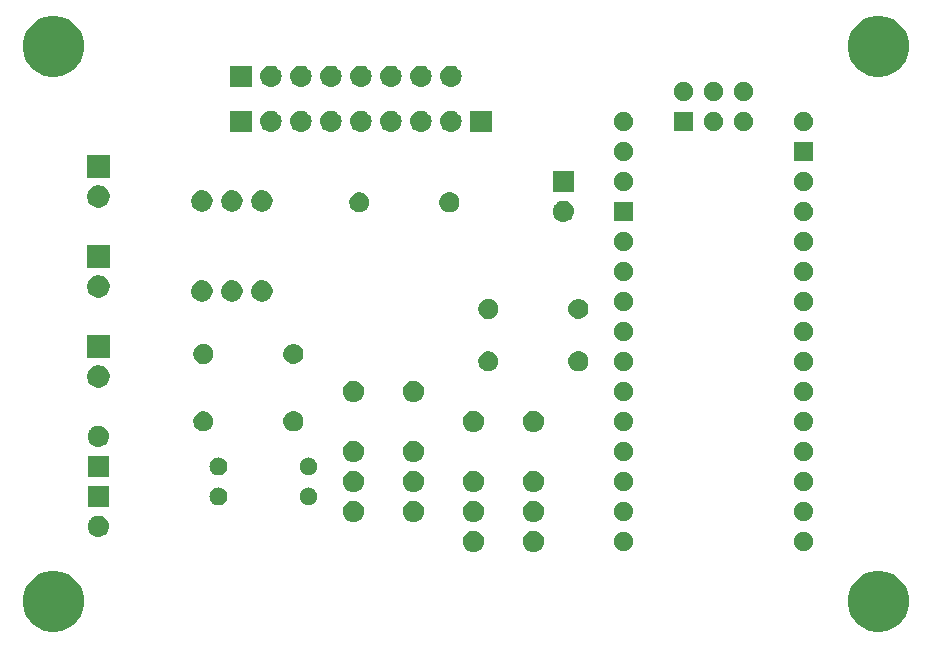
<source format=gbr>
G04 #@! TF.GenerationSoftware,KiCad,Pcbnew,(5.0.2)-1*
G04 #@! TF.CreationDate,2020-10-15T01:05:58-04:00*
G04 #@! TF.ProjectId,Sequencer,53657175-656e-4636-9572-2e6b69636164,TTGO V-2.8*
G04 #@! TF.SameCoordinates,Original*
G04 #@! TF.FileFunction,Soldermask,Bot*
G04 #@! TF.FilePolarity,Negative*
%FSLAX46Y46*%
G04 Gerber Fmt 4.6, Leading zero omitted, Abs format (unit mm)*
G04 Created by KiCad (PCBNEW (5.0.2)-1) date 10/15/2020 1:05:58 AM*
%MOMM*%
%LPD*%
G01*
G04 APERTURE LIST*
%ADD10C,0.100000*%
G04 APERTURE END LIST*
D10*
G36*
X99648908Y-77485380D02*
X99815767Y-77518570D01*
X100287299Y-77713885D01*
X100708803Y-77995526D01*
X100711669Y-77997441D01*
X101072559Y-78358331D01*
X101072561Y-78358334D01*
X101356115Y-78782701D01*
X101551430Y-79254233D01*
X101651000Y-79754809D01*
X101651000Y-80265191D01*
X101551430Y-80765767D01*
X101356115Y-81237299D01*
X101074474Y-81658803D01*
X101072559Y-81661669D01*
X100711669Y-82022559D01*
X100711666Y-82022561D01*
X100287299Y-82306115D01*
X99815767Y-82501430D01*
X99648908Y-82534620D01*
X99315193Y-82601000D01*
X98804807Y-82601000D01*
X98471092Y-82534620D01*
X98304233Y-82501430D01*
X97832701Y-82306115D01*
X97408334Y-82022561D01*
X97408331Y-82022559D01*
X97047441Y-81661669D01*
X97045526Y-81658803D01*
X96763885Y-81237299D01*
X96568570Y-80765767D01*
X96469000Y-80265191D01*
X96469000Y-79754809D01*
X96568570Y-79254233D01*
X96763885Y-78782701D01*
X97047439Y-78358334D01*
X97047441Y-78358331D01*
X97408331Y-77997441D01*
X97411197Y-77995526D01*
X97832701Y-77713885D01*
X98304233Y-77518570D01*
X98471092Y-77485380D01*
X98804807Y-77419000D01*
X99315193Y-77419000D01*
X99648908Y-77485380D01*
X99648908Y-77485380D01*
G37*
G36*
X29798908Y-77485380D02*
X29965767Y-77518570D01*
X30437299Y-77713885D01*
X30858803Y-77995526D01*
X30861669Y-77997441D01*
X31222559Y-78358331D01*
X31222561Y-78358334D01*
X31506115Y-78782701D01*
X31701430Y-79254233D01*
X31801000Y-79754809D01*
X31801000Y-80265191D01*
X31701430Y-80765767D01*
X31506115Y-81237299D01*
X31224474Y-81658803D01*
X31222559Y-81661669D01*
X30861669Y-82022559D01*
X30861666Y-82022561D01*
X30437299Y-82306115D01*
X29965767Y-82501430D01*
X29798908Y-82534620D01*
X29465193Y-82601000D01*
X28954807Y-82601000D01*
X28621092Y-82534620D01*
X28454233Y-82501430D01*
X27982701Y-82306115D01*
X27558334Y-82022561D01*
X27558331Y-82022559D01*
X27197441Y-81661669D01*
X27195526Y-81658803D01*
X26913885Y-81237299D01*
X26718570Y-80765767D01*
X26619000Y-80265191D01*
X26619000Y-79754809D01*
X26718570Y-79254233D01*
X26913885Y-78782701D01*
X27197439Y-78358334D01*
X27197441Y-78358331D01*
X27558331Y-77997441D01*
X27561197Y-77995526D01*
X27982701Y-77713885D01*
X28454233Y-77518570D01*
X28621092Y-77485380D01*
X28954807Y-77419000D01*
X29465193Y-77419000D01*
X29798908Y-77485380D01*
X29798908Y-77485380D01*
G37*
G36*
X70054993Y-74051206D02*
X70113075Y-74062759D01*
X70161149Y-74082672D01*
X70277210Y-74130746D01*
X70424931Y-74229450D01*
X70550550Y-74355069D01*
X70649254Y-74502790D01*
X70717241Y-74666926D01*
X70751900Y-74841169D01*
X70751900Y-75018831D01*
X70717241Y-75193074D01*
X70649254Y-75357210D01*
X70550550Y-75504931D01*
X70424931Y-75630550D01*
X70277210Y-75729254D01*
X70161149Y-75777328D01*
X70113075Y-75797241D01*
X70054993Y-75808794D01*
X69938831Y-75831900D01*
X69761169Y-75831900D01*
X69645007Y-75808794D01*
X69586925Y-75797241D01*
X69538851Y-75777328D01*
X69422790Y-75729254D01*
X69275069Y-75630550D01*
X69149450Y-75504931D01*
X69050746Y-75357210D01*
X68982759Y-75193074D01*
X68948100Y-75018831D01*
X68948100Y-74841169D01*
X68982759Y-74666926D01*
X69050746Y-74502790D01*
X69149450Y-74355069D01*
X69275069Y-74229450D01*
X69422790Y-74130746D01*
X69538851Y-74082672D01*
X69586925Y-74062759D01*
X69645007Y-74051206D01*
X69761169Y-74028100D01*
X69938831Y-74028100D01*
X70054993Y-74051206D01*
X70054993Y-74051206D01*
G37*
G36*
X64974993Y-74051206D02*
X65033075Y-74062759D01*
X65081149Y-74082672D01*
X65197210Y-74130746D01*
X65344931Y-74229450D01*
X65470550Y-74355069D01*
X65569254Y-74502790D01*
X65637241Y-74666926D01*
X65671900Y-74841169D01*
X65671900Y-75018831D01*
X65637241Y-75193074D01*
X65569254Y-75357210D01*
X65470550Y-75504931D01*
X65344931Y-75630550D01*
X65197210Y-75729254D01*
X65081149Y-75777328D01*
X65033075Y-75797241D01*
X64974993Y-75808794D01*
X64858831Y-75831900D01*
X64681169Y-75831900D01*
X64565007Y-75808794D01*
X64506925Y-75797241D01*
X64458851Y-75777328D01*
X64342790Y-75729254D01*
X64195069Y-75630550D01*
X64069450Y-75504931D01*
X63970746Y-75357210D01*
X63902759Y-75193074D01*
X63868100Y-75018831D01*
X63868100Y-74841169D01*
X63902759Y-74666926D01*
X63970746Y-74502790D01*
X64069450Y-74355069D01*
X64195069Y-74229450D01*
X64342790Y-74130746D01*
X64458851Y-74082672D01*
X64506925Y-74062759D01*
X64565007Y-74051206D01*
X64681169Y-74028100D01*
X64858831Y-74028100D01*
X64974993Y-74051206D01*
X64974993Y-74051206D01*
G37*
G36*
X92947142Y-74148242D02*
X93095102Y-74209530D01*
X93124911Y-74229448D01*
X93228257Y-74298501D01*
X93341499Y-74411743D01*
X93342191Y-74412779D01*
X93430470Y-74544898D01*
X93491758Y-74692858D01*
X93523000Y-74849925D01*
X93523000Y-75010075D01*
X93491758Y-75167142D01*
X93430470Y-75315102D01*
X93341498Y-75448258D01*
X93228258Y-75561498D01*
X93095102Y-75650470D01*
X92947142Y-75711758D01*
X92790075Y-75743000D01*
X92629925Y-75743000D01*
X92472858Y-75711758D01*
X92324898Y-75650470D01*
X92191742Y-75561498D01*
X92078502Y-75448258D01*
X91989530Y-75315102D01*
X91928242Y-75167142D01*
X91897000Y-75010075D01*
X91897000Y-74849925D01*
X91928242Y-74692858D01*
X91989530Y-74544898D01*
X92077809Y-74412779D01*
X92078501Y-74411743D01*
X92191743Y-74298501D01*
X92295089Y-74229448D01*
X92324898Y-74209530D01*
X92472858Y-74148242D01*
X92629925Y-74117000D01*
X92790075Y-74117000D01*
X92947142Y-74148242D01*
X92947142Y-74148242D01*
G37*
G36*
X77707142Y-74148242D02*
X77855102Y-74209530D01*
X77884911Y-74229448D01*
X77988257Y-74298501D01*
X78101499Y-74411743D01*
X78102191Y-74412779D01*
X78190470Y-74544898D01*
X78251758Y-74692858D01*
X78283000Y-74849925D01*
X78283000Y-75010075D01*
X78251758Y-75167142D01*
X78190470Y-75315102D01*
X78101498Y-75448258D01*
X77988258Y-75561498D01*
X77855102Y-75650470D01*
X77707142Y-75711758D01*
X77550075Y-75743000D01*
X77389925Y-75743000D01*
X77232858Y-75711758D01*
X77084898Y-75650470D01*
X76951742Y-75561498D01*
X76838502Y-75448258D01*
X76749530Y-75315102D01*
X76688242Y-75167142D01*
X76657000Y-75010075D01*
X76657000Y-74849925D01*
X76688242Y-74692858D01*
X76749530Y-74544898D01*
X76837809Y-74412779D01*
X76838501Y-74411743D01*
X76951743Y-74298501D01*
X77055089Y-74229448D01*
X77084898Y-74209530D01*
X77232858Y-74148242D01*
X77389925Y-74117000D01*
X77550075Y-74117000D01*
X77707142Y-74148242D01*
X77707142Y-74148242D01*
G37*
G36*
X33130442Y-72765518D02*
X33196627Y-72772037D01*
X33309853Y-72806384D01*
X33366467Y-72823557D01*
X33505087Y-72897652D01*
X33522991Y-72907222D01*
X33524253Y-72908258D01*
X33660186Y-73019814D01*
X33718238Y-73090552D01*
X33772778Y-73157009D01*
X33772779Y-73157011D01*
X33856443Y-73313533D01*
X33856443Y-73313534D01*
X33907963Y-73483373D01*
X33925359Y-73660000D01*
X33907963Y-73836627D01*
X33873616Y-73949853D01*
X33856443Y-74006467D01*
X33826354Y-74062759D01*
X33772778Y-74162991D01*
X33743448Y-74198729D01*
X33660186Y-74300186D01*
X33558729Y-74383448D01*
X33522991Y-74412778D01*
X33522989Y-74412779D01*
X33366467Y-74496443D01*
X33345543Y-74502790D01*
X33196627Y-74547963D01*
X33130442Y-74554482D01*
X33064260Y-74561000D01*
X32975740Y-74561000D01*
X32909558Y-74554482D01*
X32843373Y-74547963D01*
X32694457Y-74502790D01*
X32673533Y-74496443D01*
X32517011Y-74412779D01*
X32517009Y-74412778D01*
X32481271Y-74383448D01*
X32379814Y-74300186D01*
X32296552Y-74198729D01*
X32267222Y-74162991D01*
X32213646Y-74062759D01*
X32183557Y-74006467D01*
X32166384Y-73949853D01*
X32132037Y-73836627D01*
X32114641Y-73660000D01*
X32132037Y-73483373D01*
X32183557Y-73313534D01*
X32183557Y-73313533D01*
X32267221Y-73157011D01*
X32267222Y-73157009D01*
X32321762Y-73090552D01*
X32379814Y-73019814D01*
X32515747Y-72908258D01*
X32517009Y-72907222D01*
X32534913Y-72897652D01*
X32673533Y-72823557D01*
X32730147Y-72806384D01*
X32843373Y-72772037D01*
X32909558Y-72765518D01*
X32975740Y-72759000D01*
X33064260Y-72759000D01*
X33130442Y-72765518D01*
X33130442Y-72765518D01*
G37*
G36*
X59894993Y-71511206D02*
X59953075Y-71522759D01*
X59992892Y-71539252D01*
X60117210Y-71590746D01*
X60264931Y-71689450D01*
X60390550Y-71815069D01*
X60489254Y-71962790D01*
X60557241Y-72126926D01*
X60591900Y-72301169D01*
X60591900Y-72478831D01*
X60557241Y-72653074D01*
X60489254Y-72817210D01*
X60390550Y-72964931D01*
X60264931Y-73090550D01*
X60117210Y-73189254D01*
X60001149Y-73237328D01*
X59953075Y-73257241D01*
X59894993Y-73268794D01*
X59778831Y-73291900D01*
X59601169Y-73291900D01*
X59485007Y-73268794D01*
X59426925Y-73257241D01*
X59378851Y-73237328D01*
X59262790Y-73189254D01*
X59115069Y-73090550D01*
X58989450Y-72964931D01*
X58890746Y-72817210D01*
X58822759Y-72653074D01*
X58788100Y-72478831D01*
X58788100Y-72301169D01*
X58822759Y-72126926D01*
X58890746Y-71962790D01*
X58989450Y-71815069D01*
X59115069Y-71689450D01*
X59262790Y-71590746D01*
X59387108Y-71539252D01*
X59426925Y-71522759D01*
X59485007Y-71511206D01*
X59601169Y-71488100D01*
X59778831Y-71488100D01*
X59894993Y-71511206D01*
X59894993Y-71511206D01*
G37*
G36*
X54814993Y-71511206D02*
X54873075Y-71522759D01*
X54912892Y-71539252D01*
X55037210Y-71590746D01*
X55184931Y-71689450D01*
X55310550Y-71815069D01*
X55409254Y-71962790D01*
X55477241Y-72126926D01*
X55511900Y-72301169D01*
X55511900Y-72478831D01*
X55477241Y-72653074D01*
X55409254Y-72817210D01*
X55310550Y-72964931D01*
X55184931Y-73090550D01*
X55037210Y-73189254D01*
X54921149Y-73237328D01*
X54873075Y-73257241D01*
X54814993Y-73268794D01*
X54698831Y-73291900D01*
X54521169Y-73291900D01*
X54405007Y-73268794D01*
X54346925Y-73257241D01*
X54298851Y-73237328D01*
X54182790Y-73189254D01*
X54035069Y-73090550D01*
X53909450Y-72964931D01*
X53810746Y-72817210D01*
X53742759Y-72653074D01*
X53708100Y-72478831D01*
X53708100Y-72301169D01*
X53742759Y-72126926D01*
X53810746Y-71962790D01*
X53909450Y-71815069D01*
X54035069Y-71689450D01*
X54182790Y-71590746D01*
X54307108Y-71539252D01*
X54346925Y-71522759D01*
X54405007Y-71511206D01*
X54521169Y-71488100D01*
X54698831Y-71488100D01*
X54814993Y-71511206D01*
X54814993Y-71511206D01*
G37*
G36*
X70054993Y-71511206D02*
X70113075Y-71522759D01*
X70152892Y-71539252D01*
X70277210Y-71590746D01*
X70424931Y-71689450D01*
X70550550Y-71815069D01*
X70649254Y-71962790D01*
X70717241Y-72126926D01*
X70751900Y-72301169D01*
X70751900Y-72478831D01*
X70717241Y-72653074D01*
X70649254Y-72817210D01*
X70550550Y-72964931D01*
X70424931Y-73090550D01*
X70277210Y-73189254D01*
X70161149Y-73237328D01*
X70113075Y-73257241D01*
X70054993Y-73268794D01*
X69938831Y-73291900D01*
X69761169Y-73291900D01*
X69645007Y-73268794D01*
X69586925Y-73257241D01*
X69538851Y-73237328D01*
X69422790Y-73189254D01*
X69275069Y-73090550D01*
X69149450Y-72964931D01*
X69050746Y-72817210D01*
X68982759Y-72653074D01*
X68948100Y-72478831D01*
X68948100Y-72301169D01*
X68982759Y-72126926D01*
X69050746Y-71962790D01*
X69149450Y-71815069D01*
X69275069Y-71689450D01*
X69422790Y-71590746D01*
X69547108Y-71539252D01*
X69586925Y-71522759D01*
X69645007Y-71511206D01*
X69761169Y-71488100D01*
X69938831Y-71488100D01*
X70054993Y-71511206D01*
X70054993Y-71511206D01*
G37*
G36*
X64974993Y-71511206D02*
X65033075Y-71522759D01*
X65072892Y-71539252D01*
X65197210Y-71590746D01*
X65344931Y-71689450D01*
X65470550Y-71815069D01*
X65569254Y-71962790D01*
X65637241Y-72126926D01*
X65671900Y-72301169D01*
X65671900Y-72478831D01*
X65637241Y-72653074D01*
X65569254Y-72817210D01*
X65470550Y-72964931D01*
X65344931Y-73090550D01*
X65197210Y-73189254D01*
X65081149Y-73237328D01*
X65033075Y-73257241D01*
X64974993Y-73268794D01*
X64858831Y-73291900D01*
X64681169Y-73291900D01*
X64565007Y-73268794D01*
X64506925Y-73257241D01*
X64458851Y-73237328D01*
X64342790Y-73189254D01*
X64195069Y-73090550D01*
X64069450Y-72964931D01*
X63970746Y-72817210D01*
X63902759Y-72653074D01*
X63868100Y-72478831D01*
X63868100Y-72301169D01*
X63902759Y-72126926D01*
X63970746Y-71962790D01*
X64069450Y-71815069D01*
X64195069Y-71689450D01*
X64342790Y-71590746D01*
X64467108Y-71539252D01*
X64506925Y-71522759D01*
X64565007Y-71511206D01*
X64681169Y-71488100D01*
X64858831Y-71488100D01*
X64974993Y-71511206D01*
X64974993Y-71511206D01*
G37*
G36*
X92947142Y-71608242D02*
X93095102Y-71669530D01*
X93228258Y-71758502D01*
X93341498Y-71871742D01*
X93430470Y-72004898D01*
X93491758Y-72152858D01*
X93523000Y-72309925D01*
X93523000Y-72470075D01*
X93491758Y-72627142D01*
X93481016Y-72653074D01*
X93430471Y-72775100D01*
X93342191Y-72907222D01*
X93341498Y-72908258D01*
X93228258Y-73021498D01*
X93095102Y-73110470D01*
X92947142Y-73171758D01*
X92790075Y-73203000D01*
X92629925Y-73203000D01*
X92472858Y-73171758D01*
X92324898Y-73110470D01*
X92191742Y-73021498D01*
X92078502Y-72908258D01*
X92077810Y-72907222D01*
X91989529Y-72775100D01*
X91938984Y-72653074D01*
X91928242Y-72627142D01*
X91897000Y-72470075D01*
X91897000Y-72309925D01*
X91928242Y-72152858D01*
X91989530Y-72004898D01*
X92078502Y-71871742D01*
X92191742Y-71758502D01*
X92324898Y-71669530D01*
X92472858Y-71608242D01*
X92629925Y-71577000D01*
X92790075Y-71577000D01*
X92947142Y-71608242D01*
X92947142Y-71608242D01*
G37*
G36*
X77707142Y-71608242D02*
X77855102Y-71669530D01*
X77988258Y-71758502D01*
X78101498Y-71871742D01*
X78190470Y-72004898D01*
X78251758Y-72152858D01*
X78283000Y-72309925D01*
X78283000Y-72470075D01*
X78251758Y-72627142D01*
X78241016Y-72653074D01*
X78190471Y-72775100D01*
X78102191Y-72907222D01*
X78101498Y-72908258D01*
X77988258Y-73021498D01*
X77855102Y-73110470D01*
X77707142Y-73171758D01*
X77550075Y-73203000D01*
X77389925Y-73203000D01*
X77232858Y-73171758D01*
X77084898Y-73110470D01*
X76951742Y-73021498D01*
X76838502Y-72908258D01*
X76837810Y-72907222D01*
X76749529Y-72775100D01*
X76698984Y-72653074D01*
X76688242Y-72627142D01*
X76657000Y-72470075D01*
X76657000Y-72309925D01*
X76688242Y-72152858D01*
X76749530Y-72004898D01*
X76838502Y-71871742D01*
X76951742Y-71758502D01*
X77084898Y-71669530D01*
X77232858Y-71608242D01*
X77389925Y-71577000D01*
X77550075Y-71577000D01*
X77707142Y-71608242D01*
X77707142Y-71608242D01*
G37*
G36*
X33921000Y-72021000D02*
X32119000Y-72021000D01*
X32119000Y-70219000D01*
X33921000Y-70219000D01*
X33921000Y-72021000D01*
X33921000Y-72021000D01*
G37*
G36*
X50928600Y-70379867D02*
X51019059Y-70397860D01*
X51155732Y-70454472D01*
X51212715Y-70492547D01*
X51278738Y-70536662D01*
X51383338Y-70641262D01*
X51383340Y-70641265D01*
X51465528Y-70764268D01*
X51522140Y-70900941D01*
X51551000Y-71046033D01*
X51551000Y-71193967D01*
X51522140Y-71339059D01*
X51465528Y-71475732D01*
X51397863Y-71577000D01*
X51383338Y-71598738D01*
X51278738Y-71703338D01*
X51278735Y-71703340D01*
X51155732Y-71785528D01*
X51019059Y-71842140D01*
X50932004Y-71859456D01*
X50873969Y-71871000D01*
X50726031Y-71871000D01*
X50667996Y-71859456D01*
X50580941Y-71842140D01*
X50444268Y-71785528D01*
X50321265Y-71703340D01*
X50321262Y-71703338D01*
X50216662Y-71598738D01*
X50202137Y-71577000D01*
X50134472Y-71475732D01*
X50077860Y-71339059D01*
X50049000Y-71193967D01*
X50049000Y-71046033D01*
X50077860Y-70900941D01*
X50134472Y-70764268D01*
X50216660Y-70641265D01*
X50216662Y-70641262D01*
X50321262Y-70536662D01*
X50387285Y-70492547D01*
X50444268Y-70454472D01*
X50580941Y-70397860D01*
X50671400Y-70379867D01*
X50726031Y-70369000D01*
X50873969Y-70369000D01*
X50928600Y-70379867D01*
X50928600Y-70379867D01*
G37*
G36*
X43253665Y-70372622D02*
X43327222Y-70379867D01*
X43468786Y-70422810D01*
X43599252Y-70492546D01*
X43713606Y-70586394D01*
X43807454Y-70700748D01*
X43877190Y-70831214D01*
X43920133Y-70972778D01*
X43934633Y-71120000D01*
X43920133Y-71267222D01*
X43877190Y-71408786D01*
X43807454Y-71539252D01*
X43713606Y-71653606D01*
X43599252Y-71747454D01*
X43468786Y-71817190D01*
X43327222Y-71860133D01*
X43253665Y-71867378D01*
X43216888Y-71871000D01*
X43143112Y-71871000D01*
X43106335Y-71867378D01*
X43032778Y-71860133D01*
X42891214Y-71817190D01*
X42760748Y-71747454D01*
X42646394Y-71653606D01*
X42552546Y-71539252D01*
X42482810Y-71408786D01*
X42439867Y-71267222D01*
X42425367Y-71120000D01*
X42439867Y-70972778D01*
X42482810Y-70831214D01*
X42552546Y-70700748D01*
X42646394Y-70586394D01*
X42760748Y-70492546D01*
X42891214Y-70422810D01*
X43032778Y-70379867D01*
X43106335Y-70372622D01*
X43143112Y-70369000D01*
X43216888Y-70369000D01*
X43253665Y-70372622D01*
X43253665Y-70372622D01*
G37*
G36*
X70054993Y-68971206D02*
X70113075Y-68982759D01*
X70152892Y-68999252D01*
X70277210Y-69050746D01*
X70424931Y-69149450D01*
X70550550Y-69275069D01*
X70649254Y-69422790D01*
X70717241Y-69586926D01*
X70751900Y-69761169D01*
X70751900Y-69938831D01*
X70717241Y-70113074D01*
X70649254Y-70277210D01*
X70550550Y-70424931D01*
X70424931Y-70550550D01*
X70277210Y-70649254D01*
X70161149Y-70697328D01*
X70113075Y-70717241D01*
X70054993Y-70728794D01*
X69938831Y-70751900D01*
X69761169Y-70751900D01*
X69645007Y-70728794D01*
X69586925Y-70717241D01*
X69538851Y-70697328D01*
X69422790Y-70649254D01*
X69275069Y-70550550D01*
X69149450Y-70424931D01*
X69050746Y-70277210D01*
X68982759Y-70113074D01*
X68948100Y-69938831D01*
X68948100Y-69761169D01*
X68982759Y-69586926D01*
X69050746Y-69422790D01*
X69149450Y-69275069D01*
X69275069Y-69149450D01*
X69422790Y-69050746D01*
X69547108Y-68999252D01*
X69586925Y-68982759D01*
X69645007Y-68971206D01*
X69761169Y-68948100D01*
X69938831Y-68948100D01*
X70054993Y-68971206D01*
X70054993Y-68971206D01*
G37*
G36*
X54814993Y-68971206D02*
X54873075Y-68982759D01*
X54912892Y-68999252D01*
X55037210Y-69050746D01*
X55184931Y-69149450D01*
X55310550Y-69275069D01*
X55409254Y-69422790D01*
X55477241Y-69586926D01*
X55511900Y-69761169D01*
X55511900Y-69938831D01*
X55477241Y-70113074D01*
X55409254Y-70277210D01*
X55310550Y-70424931D01*
X55184931Y-70550550D01*
X55037210Y-70649254D01*
X54921149Y-70697328D01*
X54873075Y-70717241D01*
X54814993Y-70728794D01*
X54698831Y-70751900D01*
X54521169Y-70751900D01*
X54405007Y-70728794D01*
X54346925Y-70717241D01*
X54298851Y-70697328D01*
X54182790Y-70649254D01*
X54035069Y-70550550D01*
X53909450Y-70424931D01*
X53810746Y-70277210D01*
X53742759Y-70113074D01*
X53708100Y-69938831D01*
X53708100Y-69761169D01*
X53742759Y-69586926D01*
X53810746Y-69422790D01*
X53909450Y-69275069D01*
X54035069Y-69149450D01*
X54182790Y-69050746D01*
X54307108Y-68999252D01*
X54346925Y-68982759D01*
X54405007Y-68971206D01*
X54521169Y-68948100D01*
X54698831Y-68948100D01*
X54814993Y-68971206D01*
X54814993Y-68971206D01*
G37*
G36*
X59894993Y-68971206D02*
X59953075Y-68982759D01*
X59992892Y-68999252D01*
X60117210Y-69050746D01*
X60264931Y-69149450D01*
X60390550Y-69275069D01*
X60489254Y-69422790D01*
X60557241Y-69586926D01*
X60591900Y-69761169D01*
X60591900Y-69938831D01*
X60557241Y-70113074D01*
X60489254Y-70277210D01*
X60390550Y-70424931D01*
X60264931Y-70550550D01*
X60117210Y-70649254D01*
X60001149Y-70697328D01*
X59953075Y-70717241D01*
X59894993Y-70728794D01*
X59778831Y-70751900D01*
X59601169Y-70751900D01*
X59485007Y-70728794D01*
X59426925Y-70717241D01*
X59378851Y-70697328D01*
X59262790Y-70649254D01*
X59115069Y-70550550D01*
X58989450Y-70424931D01*
X58890746Y-70277210D01*
X58822759Y-70113074D01*
X58788100Y-69938831D01*
X58788100Y-69761169D01*
X58822759Y-69586926D01*
X58890746Y-69422790D01*
X58989450Y-69275069D01*
X59115069Y-69149450D01*
X59262790Y-69050746D01*
X59387108Y-68999252D01*
X59426925Y-68982759D01*
X59485007Y-68971206D01*
X59601169Y-68948100D01*
X59778831Y-68948100D01*
X59894993Y-68971206D01*
X59894993Y-68971206D01*
G37*
G36*
X64974993Y-68971206D02*
X65033075Y-68982759D01*
X65072892Y-68999252D01*
X65197210Y-69050746D01*
X65344931Y-69149450D01*
X65470550Y-69275069D01*
X65569254Y-69422790D01*
X65637241Y-69586926D01*
X65671900Y-69761169D01*
X65671900Y-69938831D01*
X65637241Y-70113074D01*
X65569254Y-70277210D01*
X65470550Y-70424931D01*
X65344931Y-70550550D01*
X65197210Y-70649254D01*
X65081149Y-70697328D01*
X65033075Y-70717241D01*
X64974993Y-70728794D01*
X64858831Y-70751900D01*
X64681169Y-70751900D01*
X64565007Y-70728794D01*
X64506925Y-70717241D01*
X64458851Y-70697328D01*
X64342790Y-70649254D01*
X64195069Y-70550550D01*
X64069450Y-70424931D01*
X63970746Y-70277210D01*
X63902759Y-70113074D01*
X63868100Y-69938831D01*
X63868100Y-69761169D01*
X63902759Y-69586926D01*
X63970746Y-69422790D01*
X64069450Y-69275069D01*
X64195069Y-69149450D01*
X64342790Y-69050746D01*
X64467108Y-68999252D01*
X64506925Y-68982759D01*
X64565007Y-68971206D01*
X64681169Y-68948100D01*
X64858831Y-68948100D01*
X64974993Y-68971206D01*
X64974993Y-68971206D01*
G37*
G36*
X92947142Y-69068242D02*
X93095102Y-69129530D01*
X93228258Y-69218502D01*
X93341498Y-69331742D01*
X93430470Y-69464898D01*
X93491758Y-69612858D01*
X93523000Y-69769925D01*
X93523000Y-69930075D01*
X93491758Y-70087142D01*
X93430470Y-70235102D01*
X93341498Y-70368258D01*
X93228258Y-70481498D01*
X93095102Y-70570470D01*
X92947142Y-70631758D01*
X92790075Y-70663000D01*
X92629925Y-70663000D01*
X92472858Y-70631758D01*
X92324898Y-70570470D01*
X92191742Y-70481498D01*
X92078502Y-70368258D01*
X91989530Y-70235102D01*
X91928242Y-70087142D01*
X91897000Y-69930075D01*
X91897000Y-69769925D01*
X91928242Y-69612858D01*
X91989530Y-69464898D01*
X92078502Y-69331742D01*
X92191742Y-69218502D01*
X92324898Y-69129530D01*
X92472858Y-69068242D01*
X92629925Y-69037000D01*
X92790075Y-69037000D01*
X92947142Y-69068242D01*
X92947142Y-69068242D01*
G37*
G36*
X77707142Y-69068242D02*
X77855102Y-69129530D01*
X77988258Y-69218502D01*
X78101498Y-69331742D01*
X78190470Y-69464898D01*
X78251758Y-69612858D01*
X78283000Y-69769925D01*
X78283000Y-69930075D01*
X78251758Y-70087142D01*
X78190470Y-70235102D01*
X78101498Y-70368258D01*
X77988258Y-70481498D01*
X77855102Y-70570470D01*
X77707142Y-70631758D01*
X77550075Y-70663000D01*
X77389925Y-70663000D01*
X77232858Y-70631758D01*
X77084898Y-70570470D01*
X76951742Y-70481498D01*
X76838502Y-70368258D01*
X76749530Y-70235102D01*
X76688242Y-70087142D01*
X76657000Y-69930075D01*
X76657000Y-69769925D01*
X76688242Y-69612858D01*
X76749530Y-69464898D01*
X76838502Y-69331742D01*
X76951742Y-69218502D01*
X77084898Y-69129530D01*
X77232858Y-69068242D01*
X77389925Y-69037000D01*
X77550075Y-69037000D01*
X77707142Y-69068242D01*
X77707142Y-69068242D01*
G37*
G36*
X33921000Y-69481000D02*
X32119000Y-69481000D01*
X32119000Y-67679000D01*
X33921000Y-67679000D01*
X33921000Y-69481000D01*
X33921000Y-69481000D01*
G37*
G36*
X43253665Y-67832622D02*
X43327222Y-67839867D01*
X43468786Y-67882810D01*
X43599252Y-67952546D01*
X43713606Y-68046394D01*
X43807454Y-68160748D01*
X43877190Y-68291214D01*
X43920133Y-68432778D01*
X43934633Y-68580000D01*
X43920133Y-68727222D01*
X43877190Y-68868786D01*
X43807454Y-68999252D01*
X43713606Y-69113606D01*
X43599252Y-69207454D01*
X43468786Y-69277190D01*
X43327222Y-69320133D01*
X43253665Y-69327378D01*
X43216888Y-69331000D01*
X43143112Y-69331000D01*
X43106335Y-69327378D01*
X43032778Y-69320133D01*
X42891214Y-69277190D01*
X42760748Y-69207454D01*
X42646394Y-69113606D01*
X42552546Y-68999252D01*
X42482810Y-68868786D01*
X42439867Y-68727222D01*
X42425367Y-68580000D01*
X42439867Y-68432778D01*
X42482810Y-68291214D01*
X42552546Y-68160748D01*
X42646394Y-68046394D01*
X42760748Y-67952546D01*
X42891214Y-67882810D01*
X43032778Y-67839867D01*
X43106335Y-67832622D01*
X43143112Y-67829000D01*
X43216888Y-67829000D01*
X43253665Y-67832622D01*
X43253665Y-67832622D01*
G37*
G36*
X50928600Y-67839867D02*
X51019059Y-67857860D01*
X51155732Y-67914472D01*
X51212715Y-67952547D01*
X51278738Y-67996662D01*
X51383338Y-68101262D01*
X51383340Y-68101265D01*
X51465528Y-68224268D01*
X51522140Y-68360941D01*
X51551000Y-68506033D01*
X51551000Y-68653967D01*
X51522140Y-68799059D01*
X51465528Y-68935732D01*
X51397863Y-69037000D01*
X51383338Y-69058738D01*
X51278738Y-69163338D01*
X51278735Y-69163340D01*
X51155732Y-69245528D01*
X51019059Y-69302140D01*
X50932004Y-69319456D01*
X50873969Y-69331000D01*
X50726031Y-69331000D01*
X50667996Y-69319456D01*
X50580941Y-69302140D01*
X50444268Y-69245528D01*
X50321265Y-69163340D01*
X50321262Y-69163338D01*
X50216662Y-69058738D01*
X50202137Y-69037000D01*
X50134472Y-68935732D01*
X50077860Y-68799059D01*
X50049000Y-68653967D01*
X50049000Y-68506033D01*
X50077860Y-68360941D01*
X50134472Y-68224268D01*
X50216660Y-68101265D01*
X50216662Y-68101262D01*
X50321262Y-67996662D01*
X50387285Y-67952547D01*
X50444268Y-67914472D01*
X50580941Y-67857860D01*
X50671400Y-67839867D01*
X50726031Y-67829000D01*
X50873969Y-67829000D01*
X50928600Y-67839867D01*
X50928600Y-67839867D01*
G37*
G36*
X54814993Y-66431206D02*
X54873075Y-66442759D01*
X54921149Y-66462672D01*
X55037210Y-66510746D01*
X55184931Y-66609450D01*
X55310550Y-66735069D01*
X55409254Y-66882790D01*
X55477241Y-67046926D01*
X55511900Y-67221169D01*
X55511900Y-67398831D01*
X55477241Y-67573074D01*
X55409254Y-67737210D01*
X55310550Y-67884931D01*
X55184931Y-68010550D01*
X55037210Y-68109254D01*
X54921149Y-68157328D01*
X54873075Y-68177241D01*
X54814993Y-68188794D01*
X54698831Y-68211900D01*
X54521169Y-68211900D01*
X54405007Y-68188794D01*
X54346925Y-68177241D01*
X54298851Y-68157328D01*
X54182790Y-68109254D01*
X54035069Y-68010550D01*
X53909450Y-67884931D01*
X53810746Y-67737210D01*
X53742759Y-67573074D01*
X53708100Y-67398831D01*
X53708100Y-67221169D01*
X53742759Y-67046926D01*
X53810746Y-66882790D01*
X53909450Y-66735069D01*
X54035069Y-66609450D01*
X54182790Y-66510746D01*
X54298851Y-66462672D01*
X54346925Y-66442759D01*
X54405007Y-66431206D01*
X54521169Y-66408100D01*
X54698831Y-66408100D01*
X54814993Y-66431206D01*
X54814993Y-66431206D01*
G37*
G36*
X59894993Y-66431206D02*
X59953075Y-66442759D01*
X60001149Y-66462672D01*
X60117210Y-66510746D01*
X60264931Y-66609450D01*
X60390550Y-66735069D01*
X60489254Y-66882790D01*
X60557241Y-67046926D01*
X60591900Y-67221169D01*
X60591900Y-67398831D01*
X60557241Y-67573074D01*
X60489254Y-67737210D01*
X60390550Y-67884931D01*
X60264931Y-68010550D01*
X60117210Y-68109254D01*
X60001149Y-68157328D01*
X59953075Y-68177241D01*
X59894993Y-68188794D01*
X59778831Y-68211900D01*
X59601169Y-68211900D01*
X59485007Y-68188794D01*
X59426925Y-68177241D01*
X59378851Y-68157328D01*
X59262790Y-68109254D01*
X59115069Y-68010550D01*
X58989450Y-67884931D01*
X58890746Y-67737210D01*
X58822759Y-67573074D01*
X58788100Y-67398831D01*
X58788100Y-67221169D01*
X58822759Y-67046926D01*
X58890746Y-66882790D01*
X58989450Y-66735069D01*
X59115069Y-66609450D01*
X59262790Y-66510746D01*
X59378851Y-66462672D01*
X59426925Y-66442759D01*
X59485007Y-66431206D01*
X59601169Y-66408100D01*
X59778831Y-66408100D01*
X59894993Y-66431206D01*
X59894993Y-66431206D01*
G37*
G36*
X77707142Y-66528242D02*
X77855102Y-66589530D01*
X77884911Y-66609448D01*
X77988257Y-66678501D01*
X78101499Y-66791743D01*
X78102191Y-66792779D01*
X78190470Y-66924898D01*
X78251758Y-67072858D01*
X78283000Y-67229925D01*
X78283000Y-67390075D01*
X78251758Y-67547142D01*
X78190470Y-67695102D01*
X78101498Y-67828258D01*
X77988258Y-67941498D01*
X77855102Y-68030470D01*
X77707142Y-68091758D01*
X77550075Y-68123000D01*
X77389925Y-68123000D01*
X77232858Y-68091758D01*
X77084898Y-68030470D01*
X76951742Y-67941498D01*
X76838502Y-67828258D01*
X76749530Y-67695102D01*
X76688242Y-67547142D01*
X76657000Y-67390075D01*
X76657000Y-67229925D01*
X76688242Y-67072858D01*
X76749530Y-66924898D01*
X76837809Y-66792779D01*
X76838501Y-66791743D01*
X76951743Y-66678501D01*
X77055089Y-66609448D01*
X77084898Y-66589530D01*
X77232858Y-66528242D01*
X77389925Y-66497000D01*
X77550075Y-66497000D01*
X77707142Y-66528242D01*
X77707142Y-66528242D01*
G37*
G36*
X92947142Y-66528242D02*
X93095102Y-66589530D01*
X93124911Y-66609448D01*
X93228257Y-66678501D01*
X93341499Y-66791743D01*
X93342191Y-66792779D01*
X93430470Y-66924898D01*
X93491758Y-67072858D01*
X93523000Y-67229925D01*
X93523000Y-67390075D01*
X93491758Y-67547142D01*
X93430470Y-67695102D01*
X93341498Y-67828258D01*
X93228258Y-67941498D01*
X93095102Y-68030470D01*
X92947142Y-68091758D01*
X92790075Y-68123000D01*
X92629925Y-68123000D01*
X92472858Y-68091758D01*
X92324898Y-68030470D01*
X92191742Y-67941498D01*
X92078502Y-67828258D01*
X91989530Y-67695102D01*
X91928242Y-67547142D01*
X91897000Y-67390075D01*
X91897000Y-67229925D01*
X91928242Y-67072858D01*
X91989530Y-66924898D01*
X92077809Y-66792779D01*
X92078501Y-66791743D01*
X92191743Y-66678501D01*
X92295089Y-66609448D01*
X92324898Y-66589530D01*
X92472858Y-66528242D01*
X92629925Y-66497000D01*
X92790075Y-66497000D01*
X92947142Y-66528242D01*
X92947142Y-66528242D01*
G37*
G36*
X33130442Y-65145518D02*
X33196627Y-65152037D01*
X33309853Y-65186384D01*
X33366467Y-65203557D01*
X33444146Y-65245078D01*
X33522991Y-65287222D01*
X33524253Y-65288258D01*
X33660186Y-65399814D01*
X33734584Y-65490470D01*
X33772778Y-65537009D01*
X33772779Y-65537011D01*
X33856443Y-65693533D01*
X33856443Y-65693534D01*
X33907963Y-65863373D01*
X33925359Y-66040000D01*
X33907963Y-66216627D01*
X33873616Y-66329853D01*
X33856443Y-66386467D01*
X33826354Y-66442759D01*
X33772778Y-66542991D01*
X33743448Y-66578729D01*
X33660186Y-66680186D01*
X33558729Y-66763448D01*
X33522991Y-66792778D01*
X33522989Y-66792779D01*
X33366467Y-66876443D01*
X33345543Y-66882790D01*
X33196627Y-66927963D01*
X33130442Y-66934482D01*
X33064260Y-66941000D01*
X32975740Y-66941000D01*
X32909558Y-66934482D01*
X32843373Y-66927963D01*
X32694457Y-66882790D01*
X32673533Y-66876443D01*
X32517011Y-66792779D01*
X32517009Y-66792778D01*
X32481271Y-66763448D01*
X32379814Y-66680186D01*
X32296552Y-66578729D01*
X32267222Y-66542991D01*
X32213646Y-66442759D01*
X32183557Y-66386467D01*
X32166384Y-66329853D01*
X32132037Y-66216627D01*
X32114641Y-66040000D01*
X32132037Y-65863373D01*
X32183557Y-65693534D01*
X32183557Y-65693533D01*
X32267221Y-65537011D01*
X32267222Y-65537009D01*
X32305416Y-65490470D01*
X32379814Y-65399814D01*
X32515747Y-65288258D01*
X32517009Y-65287222D01*
X32595854Y-65245078D01*
X32673533Y-65203557D01*
X32730147Y-65186384D01*
X32843373Y-65152037D01*
X32909558Y-65145518D01*
X32975740Y-65139000D01*
X33064260Y-65139000D01*
X33130442Y-65145518D01*
X33130442Y-65145518D01*
G37*
G36*
X64974993Y-63891206D02*
X65033075Y-63902759D01*
X65081149Y-63922672D01*
X65197210Y-63970746D01*
X65344931Y-64069450D01*
X65470550Y-64195069D01*
X65569254Y-64342790D01*
X65637241Y-64506926D01*
X65671900Y-64681169D01*
X65671900Y-64858831D01*
X65637241Y-65033074D01*
X65569254Y-65197210D01*
X65470550Y-65344931D01*
X65344931Y-65470550D01*
X65197210Y-65569254D01*
X65081149Y-65617328D01*
X65033075Y-65637241D01*
X64974993Y-65648794D01*
X64858831Y-65671900D01*
X64681169Y-65671900D01*
X64565007Y-65648794D01*
X64506925Y-65637241D01*
X64458851Y-65617328D01*
X64342790Y-65569254D01*
X64195069Y-65470550D01*
X64069450Y-65344931D01*
X63970746Y-65197210D01*
X63902759Y-65033074D01*
X63868100Y-64858831D01*
X63868100Y-64681169D01*
X63902759Y-64506926D01*
X63970746Y-64342790D01*
X64069450Y-64195069D01*
X64195069Y-64069450D01*
X64342790Y-63970746D01*
X64458851Y-63922672D01*
X64506925Y-63902759D01*
X64565007Y-63891206D01*
X64681169Y-63868100D01*
X64858831Y-63868100D01*
X64974993Y-63891206D01*
X64974993Y-63891206D01*
G37*
G36*
X70054993Y-63891206D02*
X70113075Y-63902759D01*
X70161149Y-63922672D01*
X70277210Y-63970746D01*
X70424931Y-64069450D01*
X70550550Y-64195069D01*
X70649254Y-64342790D01*
X70717241Y-64506926D01*
X70751900Y-64681169D01*
X70751900Y-64858831D01*
X70717241Y-65033074D01*
X70649254Y-65197210D01*
X70550550Y-65344931D01*
X70424931Y-65470550D01*
X70277210Y-65569254D01*
X70161149Y-65617328D01*
X70113075Y-65637241D01*
X70054993Y-65648794D01*
X69938831Y-65671900D01*
X69761169Y-65671900D01*
X69645007Y-65648794D01*
X69586925Y-65637241D01*
X69538851Y-65617328D01*
X69422790Y-65569254D01*
X69275069Y-65470550D01*
X69149450Y-65344931D01*
X69050746Y-65197210D01*
X68982759Y-65033074D01*
X68948100Y-64858831D01*
X68948100Y-64681169D01*
X68982759Y-64506926D01*
X69050746Y-64342790D01*
X69149450Y-64195069D01*
X69275069Y-64069450D01*
X69422790Y-63970746D01*
X69538851Y-63922672D01*
X69586925Y-63902759D01*
X69645007Y-63891206D01*
X69761169Y-63868100D01*
X69938831Y-63868100D01*
X70054993Y-63891206D01*
X70054993Y-63891206D01*
G37*
G36*
X42158228Y-63951703D02*
X42313100Y-64015853D01*
X42452481Y-64108985D01*
X42571015Y-64227519D01*
X42664147Y-64366900D01*
X42728297Y-64521772D01*
X42761000Y-64686184D01*
X42761000Y-64853816D01*
X42728297Y-65018228D01*
X42664147Y-65173100D01*
X42571015Y-65312481D01*
X42452481Y-65431015D01*
X42313100Y-65524147D01*
X42158228Y-65588297D01*
X41993816Y-65621000D01*
X41826184Y-65621000D01*
X41661772Y-65588297D01*
X41506900Y-65524147D01*
X41367519Y-65431015D01*
X41248985Y-65312481D01*
X41155853Y-65173100D01*
X41091703Y-65018228D01*
X41059000Y-64853816D01*
X41059000Y-64686184D01*
X41091703Y-64521772D01*
X41155853Y-64366900D01*
X41248985Y-64227519D01*
X41367519Y-64108985D01*
X41506900Y-64015853D01*
X41661772Y-63951703D01*
X41826184Y-63919000D01*
X41993816Y-63919000D01*
X42158228Y-63951703D01*
X42158228Y-63951703D01*
G37*
G36*
X49696821Y-63931313D02*
X49696824Y-63931314D01*
X49696825Y-63931314D01*
X49857239Y-63979975D01*
X49857241Y-63979976D01*
X49857244Y-63979977D01*
X50005078Y-64058995D01*
X50134659Y-64165341D01*
X50241005Y-64294922D01*
X50320023Y-64442756D01*
X50320024Y-64442759D01*
X50320025Y-64442761D01*
X50368686Y-64603175D01*
X50368687Y-64603179D01*
X50385117Y-64770000D01*
X50368687Y-64936821D01*
X50368686Y-64936824D01*
X50368686Y-64936825D01*
X50343993Y-65018228D01*
X50320023Y-65097244D01*
X50241005Y-65245078D01*
X50134659Y-65374659D01*
X50005078Y-65481005D01*
X49857244Y-65560023D01*
X49857241Y-65560024D01*
X49857239Y-65560025D01*
X49696825Y-65608686D01*
X49696824Y-65608686D01*
X49696821Y-65608687D01*
X49571804Y-65621000D01*
X49488196Y-65621000D01*
X49363179Y-65608687D01*
X49363176Y-65608686D01*
X49363175Y-65608686D01*
X49202761Y-65560025D01*
X49202759Y-65560024D01*
X49202756Y-65560023D01*
X49054922Y-65481005D01*
X48925341Y-65374659D01*
X48818995Y-65245078D01*
X48739977Y-65097244D01*
X48716008Y-65018228D01*
X48691314Y-64936825D01*
X48691314Y-64936824D01*
X48691313Y-64936821D01*
X48674883Y-64770000D01*
X48691313Y-64603179D01*
X48691314Y-64603175D01*
X48739975Y-64442761D01*
X48739976Y-64442759D01*
X48739977Y-64442756D01*
X48818995Y-64294922D01*
X48925341Y-64165341D01*
X49054922Y-64058995D01*
X49202756Y-63979977D01*
X49202759Y-63979976D01*
X49202761Y-63979975D01*
X49363175Y-63931314D01*
X49363176Y-63931314D01*
X49363179Y-63931313D01*
X49488196Y-63919000D01*
X49571804Y-63919000D01*
X49696821Y-63931313D01*
X49696821Y-63931313D01*
G37*
G36*
X92947142Y-63988242D02*
X93095102Y-64049530D01*
X93228258Y-64138502D01*
X93341498Y-64251742D01*
X93430470Y-64384898D01*
X93491758Y-64532858D01*
X93523000Y-64689925D01*
X93523000Y-64850075D01*
X93491758Y-65007142D01*
X93481016Y-65033074D01*
X93430471Y-65155100D01*
X93342191Y-65287222D01*
X93341498Y-65288258D01*
X93228258Y-65401498D01*
X93095102Y-65490470D01*
X92947142Y-65551758D01*
X92790075Y-65583000D01*
X92629925Y-65583000D01*
X92472858Y-65551758D01*
X92324898Y-65490470D01*
X92191742Y-65401498D01*
X92078502Y-65288258D01*
X92077810Y-65287222D01*
X91989529Y-65155100D01*
X91938984Y-65033074D01*
X91928242Y-65007142D01*
X91897000Y-64850075D01*
X91897000Y-64689925D01*
X91928242Y-64532858D01*
X91989530Y-64384898D01*
X92078502Y-64251742D01*
X92191742Y-64138502D01*
X92324898Y-64049530D01*
X92472858Y-63988242D01*
X92629925Y-63957000D01*
X92790075Y-63957000D01*
X92947142Y-63988242D01*
X92947142Y-63988242D01*
G37*
G36*
X77707142Y-63988242D02*
X77855102Y-64049530D01*
X77988258Y-64138502D01*
X78101498Y-64251742D01*
X78190470Y-64384898D01*
X78251758Y-64532858D01*
X78283000Y-64689925D01*
X78283000Y-64850075D01*
X78251758Y-65007142D01*
X78241016Y-65033074D01*
X78190471Y-65155100D01*
X78102191Y-65287222D01*
X78101498Y-65288258D01*
X77988258Y-65401498D01*
X77855102Y-65490470D01*
X77707142Y-65551758D01*
X77550075Y-65583000D01*
X77389925Y-65583000D01*
X77232858Y-65551758D01*
X77084898Y-65490470D01*
X76951742Y-65401498D01*
X76838502Y-65288258D01*
X76837810Y-65287222D01*
X76749529Y-65155100D01*
X76698984Y-65033074D01*
X76688242Y-65007142D01*
X76657000Y-64850075D01*
X76657000Y-64689925D01*
X76688242Y-64532858D01*
X76749530Y-64384898D01*
X76838502Y-64251742D01*
X76951742Y-64138502D01*
X77084898Y-64049530D01*
X77232858Y-63988242D01*
X77389925Y-63957000D01*
X77550075Y-63957000D01*
X77707142Y-63988242D01*
X77707142Y-63988242D01*
G37*
G36*
X59894993Y-61351206D02*
X59953075Y-61362759D01*
X60001149Y-61382672D01*
X60117210Y-61430746D01*
X60264931Y-61529450D01*
X60390550Y-61655069D01*
X60489254Y-61802790D01*
X60557241Y-61966926D01*
X60591900Y-62141169D01*
X60591900Y-62318831D01*
X60557241Y-62493074D01*
X60489254Y-62657210D01*
X60390550Y-62804931D01*
X60264931Y-62930550D01*
X60117210Y-63029254D01*
X60001149Y-63077328D01*
X59953075Y-63097241D01*
X59894993Y-63108794D01*
X59778831Y-63131900D01*
X59601169Y-63131900D01*
X59485007Y-63108794D01*
X59426925Y-63097241D01*
X59378851Y-63077328D01*
X59262790Y-63029254D01*
X59115069Y-62930550D01*
X58989450Y-62804931D01*
X58890746Y-62657210D01*
X58822759Y-62493074D01*
X58788100Y-62318831D01*
X58788100Y-62141169D01*
X58822759Y-61966926D01*
X58890746Y-61802790D01*
X58989450Y-61655069D01*
X59115069Y-61529450D01*
X59262790Y-61430746D01*
X59378851Y-61382672D01*
X59426925Y-61362759D01*
X59485007Y-61351206D01*
X59601169Y-61328100D01*
X59778831Y-61328100D01*
X59894993Y-61351206D01*
X59894993Y-61351206D01*
G37*
G36*
X54814993Y-61351206D02*
X54873075Y-61362759D01*
X54921149Y-61382672D01*
X55037210Y-61430746D01*
X55184931Y-61529450D01*
X55310550Y-61655069D01*
X55409254Y-61802790D01*
X55477241Y-61966926D01*
X55511900Y-62141169D01*
X55511900Y-62318831D01*
X55477241Y-62493074D01*
X55409254Y-62657210D01*
X55310550Y-62804931D01*
X55184931Y-62930550D01*
X55037210Y-63029254D01*
X54921149Y-63077328D01*
X54873075Y-63097241D01*
X54814993Y-63108794D01*
X54698831Y-63131900D01*
X54521169Y-63131900D01*
X54405007Y-63108794D01*
X54346925Y-63097241D01*
X54298851Y-63077328D01*
X54182790Y-63029254D01*
X54035069Y-62930550D01*
X53909450Y-62804931D01*
X53810746Y-62657210D01*
X53742759Y-62493074D01*
X53708100Y-62318831D01*
X53708100Y-62141169D01*
X53742759Y-61966926D01*
X53810746Y-61802790D01*
X53909450Y-61655069D01*
X54035069Y-61529450D01*
X54182790Y-61430746D01*
X54298851Y-61382672D01*
X54346925Y-61362759D01*
X54405007Y-61351206D01*
X54521169Y-61328100D01*
X54698831Y-61328100D01*
X54814993Y-61351206D01*
X54814993Y-61351206D01*
G37*
G36*
X77707142Y-61448242D02*
X77855102Y-61509530D01*
X77988258Y-61598502D01*
X78101498Y-61711742D01*
X78190470Y-61844898D01*
X78251758Y-61992858D01*
X78283000Y-62149925D01*
X78283000Y-62310075D01*
X78251758Y-62467142D01*
X78190470Y-62615102D01*
X78101498Y-62748258D01*
X77988258Y-62861498D01*
X77855102Y-62950470D01*
X77707142Y-63011758D01*
X77550075Y-63043000D01*
X77389925Y-63043000D01*
X77232858Y-63011758D01*
X77084898Y-62950470D01*
X76951742Y-62861498D01*
X76838502Y-62748258D01*
X76749530Y-62615102D01*
X76688242Y-62467142D01*
X76657000Y-62310075D01*
X76657000Y-62149925D01*
X76688242Y-61992858D01*
X76749530Y-61844898D01*
X76838502Y-61711742D01*
X76951742Y-61598502D01*
X77084898Y-61509530D01*
X77232858Y-61448242D01*
X77389925Y-61417000D01*
X77550075Y-61417000D01*
X77707142Y-61448242D01*
X77707142Y-61448242D01*
G37*
G36*
X92947142Y-61448242D02*
X93095102Y-61509530D01*
X93228258Y-61598502D01*
X93341498Y-61711742D01*
X93430470Y-61844898D01*
X93491758Y-61992858D01*
X93523000Y-62149925D01*
X93523000Y-62310075D01*
X93491758Y-62467142D01*
X93430470Y-62615102D01*
X93341498Y-62748258D01*
X93228258Y-62861498D01*
X93095102Y-62950470D01*
X92947142Y-63011758D01*
X92790075Y-63043000D01*
X92629925Y-63043000D01*
X92472858Y-63011758D01*
X92324898Y-62950470D01*
X92191742Y-62861498D01*
X92078502Y-62748258D01*
X91989530Y-62615102D01*
X91928242Y-62467142D01*
X91897000Y-62310075D01*
X91897000Y-62149925D01*
X91928242Y-61992858D01*
X91989530Y-61844898D01*
X92078502Y-61711742D01*
X92191742Y-61598502D01*
X92324898Y-61509530D01*
X92472858Y-61448242D01*
X92629925Y-61417000D01*
X92790075Y-61417000D01*
X92947142Y-61448242D01*
X92947142Y-61448242D01*
G37*
G36*
X33297396Y-60045546D02*
X33470466Y-60117234D01*
X33626230Y-60221312D01*
X33758688Y-60353770D01*
X33862766Y-60509534D01*
X33934454Y-60682604D01*
X33971000Y-60866333D01*
X33971000Y-61053667D01*
X33934454Y-61237396D01*
X33862766Y-61410466D01*
X33758688Y-61566230D01*
X33626230Y-61698688D01*
X33470466Y-61802766D01*
X33297396Y-61874454D01*
X33113667Y-61911000D01*
X32926333Y-61911000D01*
X32742604Y-61874454D01*
X32569534Y-61802766D01*
X32413770Y-61698688D01*
X32281312Y-61566230D01*
X32177234Y-61410466D01*
X32105546Y-61237396D01*
X32069000Y-61053667D01*
X32069000Y-60866333D01*
X32105546Y-60682604D01*
X32177234Y-60509534D01*
X32281312Y-60353770D01*
X32413770Y-60221312D01*
X32569534Y-60117234D01*
X32742604Y-60045546D01*
X32926333Y-60009000D01*
X33113667Y-60009000D01*
X33297396Y-60045546D01*
X33297396Y-60045546D01*
G37*
G36*
X73826821Y-58851313D02*
X73826824Y-58851314D01*
X73826825Y-58851314D01*
X73987239Y-58899975D01*
X73987241Y-58899976D01*
X73987244Y-58899977D01*
X74135078Y-58978995D01*
X74264659Y-59085341D01*
X74371005Y-59214922D01*
X74450023Y-59362756D01*
X74450024Y-59362759D01*
X74450025Y-59362761D01*
X74498686Y-59523175D01*
X74498687Y-59523179D01*
X74515117Y-59690000D01*
X74498687Y-59856821D01*
X74498686Y-59856824D01*
X74498686Y-59856825D01*
X74473993Y-59938228D01*
X74450023Y-60017244D01*
X74371005Y-60165078D01*
X74264659Y-60294659D01*
X74135078Y-60401005D01*
X73987244Y-60480023D01*
X73987241Y-60480024D01*
X73987239Y-60480025D01*
X73826825Y-60528686D01*
X73826824Y-60528686D01*
X73826821Y-60528687D01*
X73701804Y-60541000D01*
X73618196Y-60541000D01*
X73493179Y-60528687D01*
X73493176Y-60528686D01*
X73493175Y-60528686D01*
X73332761Y-60480025D01*
X73332759Y-60480024D01*
X73332756Y-60480023D01*
X73184922Y-60401005D01*
X73055341Y-60294659D01*
X72948995Y-60165078D01*
X72869977Y-60017244D01*
X72846008Y-59938228D01*
X72821314Y-59856825D01*
X72821314Y-59856824D01*
X72821313Y-59856821D01*
X72804883Y-59690000D01*
X72821313Y-59523179D01*
X72821314Y-59523175D01*
X72869975Y-59362761D01*
X72869976Y-59362759D01*
X72869977Y-59362756D01*
X72948995Y-59214922D01*
X73055341Y-59085341D01*
X73184922Y-58978995D01*
X73332756Y-58899977D01*
X73332759Y-58899976D01*
X73332761Y-58899975D01*
X73493175Y-58851314D01*
X73493176Y-58851314D01*
X73493179Y-58851313D01*
X73618196Y-58839000D01*
X73701804Y-58839000D01*
X73826821Y-58851313D01*
X73826821Y-58851313D01*
G37*
G36*
X66288228Y-58871703D02*
X66443100Y-58935853D01*
X66582481Y-59028985D01*
X66701015Y-59147519D01*
X66794147Y-59286900D01*
X66858297Y-59441772D01*
X66891000Y-59606184D01*
X66891000Y-59773816D01*
X66858297Y-59938228D01*
X66794147Y-60093100D01*
X66701015Y-60232481D01*
X66582481Y-60351015D01*
X66443100Y-60444147D01*
X66288228Y-60508297D01*
X66123816Y-60541000D01*
X65956184Y-60541000D01*
X65791772Y-60508297D01*
X65636900Y-60444147D01*
X65497519Y-60351015D01*
X65378985Y-60232481D01*
X65285853Y-60093100D01*
X65221703Y-59938228D01*
X65189000Y-59773816D01*
X65189000Y-59606184D01*
X65221703Y-59441772D01*
X65285853Y-59286900D01*
X65378985Y-59147519D01*
X65497519Y-59028985D01*
X65636900Y-58935853D01*
X65791772Y-58871703D01*
X65956184Y-58839000D01*
X66123816Y-58839000D01*
X66288228Y-58871703D01*
X66288228Y-58871703D01*
G37*
G36*
X77707142Y-58908242D02*
X77855102Y-58969530D01*
X77988258Y-59058502D01*
X78101498Y-59171742D01*
X78190470Y-59304898D01*
X78251758Y-59452858D01*
X78283000Y-59609925D01*
X78283000Y-59770075D01*
X78251758Y-59927142D01*
X78190470Y-60075102D01*
X78101498Y-60208258D01*
X77988258Y-60321498D01*
X77855102Y-60410470D01*
X77707142Y-60471758D01*
X77550075Y-60503000D01*
X77389925Y-60503000D01*
X77232858Y-60471758D01*
X77084898Y-60410470D01*
X76951742Y-60321498D01*
X76838502Y-60208258D01*
X76749530Y-60075102D01*
X76688242Y-59927142D01*
X76657000Y-59770075D01*
X76657000Y-59609925D01*
X76688242Y-59452858D01*
X76749530Y-59304898D01*
X76838502Y-59171742D01*
X76951742Y-59058502D01*
X77084898Y-58969530D01*
X77232858Y-58908242D01*
X77389925Y-58877000D01*
X77550075Y-58877000D01*
X77707142Y-58908242D01*
X77707142Y-58908242D01*
G37*
G36*
X92947142Y-58908242D02*
X93095102Y-58969530D01*
X93228258Y-59058502D01*
X93341498Y-59171742D01*
X93430470Y-59304898D01*
X93491758Y-59452858D01*
X93523000Y-59609925D01*
X93523000Y-59770075D01*
X93491758Y-59927142D01*
X93430470Y-60075102D01*
X93341498Y-60208258D01*
X93228258Y-60321498D01*
X93095102Y-60410470D01*
X92947142Y-60471758D01*
X92790075Y-60503000D01*
X92629925Y-60503000D01*
X92472858Y-60471758D01*
X92324898Y-60410470D01*
X92191742Y-60321498D01*
X92078502Y-60208258D01*
X91989530Y-60075102D01*
X91928242Y-59927142D01*
X91897000Y-59770075D01*
X91897000Y-59609925D01*
X91928242Y-59452858D01*
X91989530Y-59304898D01*
X92078502Y-59171742D01*
X92191742Y-59058502D01*
X92324898Y-58969530D01*
X92472858Y-58908242D01*
X92629925Y-58877000D01*
X92790075Y-58877000D01*
X92947142Y-58908242D01*
X92947142Y-58908242D01*
G37*
G36*
X49696821Y-58216313D02*
X49696824Y-58216314D01*
X49696825Y-58216314D01*
X49857239Y-58264975D01*
X49857241Y-58264976D01*
X49857244Y-58264977D01*
X50005078Y-58343995D01*
X50134659Y-58450341D01*
X50241005Y-58579922D01*
X50320023Y-58727756D01*
X50320024Y-58727759D01*
X50320025Y-58727761D01*
X50365296Y-58877000D01*
X50368687Y-58888179D01*
X50385117Y-59055000D01*
X50368687Y-59221821D01*
X50368686Y-59221824D01*
X50368686Y-59221825D01*
X50325934Y-59362761D01*
X50320023Y-59382244D01*
X50241005Y-59530078D01*
X50134659Y-59659659D01*
X50005078Y-59766005D01*
X49857244Y-59845023D01*
X49857241Y-59845024D01*
X49857239Y-59845025D01*
X49696825Y-59893686D01*
X49696824Y-59893686D01*
X49696821Y-59893687D01*
X49571804Y-59906000D01*
X49488196Y-59906000D01*
X49363179Y-59893687D01*
X49363176Y-59893686D01*
X49363175Y-59893686D01*
X49202761Y-59845025D01*
X49202759Y-59845024D01*
X49202756Y-59845023D01*
X49054922Y-59766005D01*
X48925341Y-59659659D01*
X48818995Y-59530078D01*
X48739977Y-59382244D01*
X48734067Y-59362761D01*
X48691314Y-59221825D01*
X48691314Y-59221824D01*
X48691313Y-59221821D01*
X48674883Y-59055000D01*
X48691313Y-58888179D01*
X48694704Y-58877000D01*
X48739975Y-58727761D01*
X48739976Y-58727759D01*
X48739977Y-58727756D01*
X48818995Y-58579922D01*
X48925341Y-58450341D01*
X49054922Y-58343995D01*
X49202756Y-58264977D01*
X49202759Y-58264976D01*
X49202761Y-58264975D01*
X49363175Y-58216314D01*
X49363176Y-58216314D01*
X49363179Y-58216313D01*
X49488196Y-58204000D01*
X49571804Y-58204000D01*
X49696821Y-58216313D01*
X49696821Y-58216313D01*
G37*
G36*
X42158228Y-58236703D02*
X42313100Y-58300853D01*
X42452481Y-58393985D01*
X42571015Y-58512519D01*
X42664147Y-58651900D01*
X42728297Y-58806772D01*
X42761000Y-58971184D01*
X42761000Y-59138816D01*
X42728297Y-59303228D01*
X42664147Y-59458100D01*
X42571015Y-59597481D01*
X42452481Y-59716015D01*
X42313100Y-59809147D01*
X42158228Y-59873297D01*
X41993816Y-59906000D01*
X41826184Y-59906000D01*
X41661772Y-59873297D01*
X41506900Y-59809147D01*
X41367519Y-59716015D01*
X41248985Y-59597481D01*
X41155853Y-59458100D01*
X41091703Y-59303228D01*
X41059000Y-59138816D01*
X41059000Y-58971184D01*
X41091703Y-58806772D01*
X41155853Y-58651900D01*
X41248985Y-58512519D01*
X41367519Y-58393985D01*
X41506900Y-58300853D01*
X41661772Y-58236703D01*
X41826184Y-58204000D01*
X41993816Y-58204000D01*
X42158228Y-58236703D01*
X42158228Y-58236703D01*
G37*
G36*
X33971000Y-59371000D02*
X32069000Y-59371000D01*
X32069000Y-57469000D01*
X33971000Y-57469000D01*
X33971000Y-59371000D01*
X33971000Y-59371000D01*
G37*
G36*
X92947142Y-56368242D02*
X93095102Y-56429530D01*
X93228258Y-56518502D01*
X93341498Y-56631742D01*
X93430470Y-56764898D01*
X93491758Y-56912858D01*
X93523000Y-57069925D01*
X93523000Y-57230075D01*
X93491758Y-57387142D01*
X93430470Y-57535102D01*
X93341498Y-57668258D01*
X93228258Y-57781498D01*
X93095102Y-57870470D01*
X92947142Y-57931758D01*
X92790075Y-57963000D01*
X92629925Y-57963000D01*
X92472858Y-57931758D01*
X92324898Y-57870470D01*
X92191742Y-57781498D01*
X92078502Y-57668258D01*
X91989530Y-57535102D01*
X91928242Y-57387142D01*
X91897000Y-57230075D01*
X91897000Y-57069925D01*
X91928242Y-56912858D01*
X91989530Y-56764898D01*
X92078502Y-56631742D01*
X92191742Y-56518502D01*
X92324898Y-56429530D01*
X92472858Y-56368242D01*
X92629925Y-56337000D01*
X92790075Y-56337000D01*
X92947142Y-56368242D01*
X92947142Y-56368242D01*
G37*
G36*
X77707142Y-56368242D02*
X77855102Y-56429530D01*
X77988258Y-56518502D01*
X78101498Y-56631742D01*
X78190470Y-56764898D01*
X78251758Y-56912858D01*
X78283000Y-57069925D01*
X78283000Y-57230075D01*
X78251758Y-57387142D01*
X78190470Y-57535102D01*
X78101498Y-57668258D01*
X77988258Y-57781498D01*
X77855102Y-57870470D01*
X77707142Y-57931758D01*
X77550075Y-57963000D01*
X77389925Y-57963000D01*
X77232858Y-57931758D01*
X77084898Y-57870470D01*
X76951742Y-57781498D01*
X76838502Y-57668258D01*
X76749530Y-57535102D01*
X76688242Y-57387142D01*
X76657000Y-57230075D01*
X76657000Y-57069925D01*
X76688242Y-56912858D01*
X76749530Y-56764898D01*
X76838502Y-56631742D01*
X76951742Y-56518502D01*
X77084898Y-56429530D01*
X77232858Y-56368242D01*
X77389925Y-56337000D01*
X77550075Y-56337000D01*
X77707142Y-56368242D01*
X77707142Y-56368242D01*
G37*
G36*
X73826821Y-54406313D02*
X73826824Y-54406314D01*
X73826825Y-54406314D01*
X73987239Y-54454975D01*
X73987241Y-54454976D01*
X73987244Y-54454977D01*
X74135078Y-54533995D01*
X74264659Y-54640341D01*
X74371005Y-54769922D01*
X74450023Y-54917756D01*
X74450024Y-54917759D01*
X74450025Y-54917761D01*
X74498686Y-55078175D01*
X74498687Y-55078179D01*
X74515117Y-55245000D01*
X74498687Y-55411821D01*
X74498686Y-55411824D01*
X74498686Y-55411825D01*
X74473993Y-55493228D01*
X74450023Y-55572244D01*
X74371005Y-55720078D01*
X74264659Y-55849659D01*
X74135078Y-55956005D01*
X73987244Y-56035023D01*
X73987241Y-56035024D01*
X73987239Y-56035025D01*
X73826825Y-56083686D01*
X73826824Y-56083686D01*
X73826821Y-56083687D01*
X73701804Y-56096000D01*
X73618196Y-56096000D01*
X73493179Y-56083687D01*
X73493176Y-56083686D01*
X73493175Y-56083686D01*
X73332761Y-56035025D01*
X73332759Y-56035024D01*
X73332756Y-56035023D01*
X73184922Y-55956005D01*
X73055341Y-55849659D01*
X72948995Y-55720078D01*
X72869977Y-55572244D01*
X72846008Y-55493228D01*
X72821314Y-55411825D01*
X72821314Y-55411824D01*
X72821313Y-55411821D01*
X72804883Y-55245000D01*
X72821313Y-55078179D01*
X72821314Y-55078175D01*
X72869975Y-54917761D01*
X72869976Y-54917759D01*
X72869977Y-54917756D01*
X72948995Y-54769922D01*
X73055341Y-54640341D01*
X73184922Y-54533995D01*
X73332756Y-54454977D01*
X73332759Y-54454976D01*
X73332761Y-54454975D01*
X73493175Y-54406314D01*
X73493176Y-54406314D01*
X73493179Y-54406313D01*
X73618196Y-54394000D01*
X73701804Y-54394000D01*
X73826821Y-54406313D01*
X73826821Y-54406313D01*
G37*
G36*
X66288228Y-54426703D02*
X66443100Y-54490853D01*
X66582481Y-54583985D01*
X66701015Y-54702519D01*
X66794147Y-54841900D01*
X66858297Y-54996772D01*
X66891000Y-55161184D01*
X66891000Y-55328816D01*
X66858297Y-55493228D01*
X66794147Y-55648100D01*
X66701015Y-55787481D01*
X66582481Y-55906015D01*
X66443100Y-55999147D01*
X66288228Y-56063297D01*
X66123816Y-56096000D01*
X65956184Y-56096000D01*
X65791772Y-56063297D01*
X65636900Y-55999147D01*
X65497519Y-55906015D01*
X65378985Y-55787481D01*
X65285853Y-55648100D01*
X65221703Y-55493228D01*
X65189000Y-55328816D01*
X65189000Y-55161184D01*
X65221703Y-54996772D01*
X65285853Y-54841900D01*
X65378985Y-54702519D01*
X65497519Y-54583985D01*
X65636900Y-54490853D01*
X65791772Y-54426703D01*
X65956184Y-54394000D01*
X66123816Y-54394000D01*
X66288228Y-54426703D01*
X66288228Y-54426703D01*
G37*
G36*
X77707142Y-53828242D02*
X77855102Y-53889530D01*
X77988258Y-53978502D01*
X78101498Y-54091742D01*
X78190470Y-54224898D01*
X78251758Y-54372858D01*
X78283000Y-54529925D01*
X78283000Y-54690075D01*
X78251758Y-54847142D01*
X78190470Y-54995102D01*
X78101498Y-55128258D01*
X77988258Y-55241498D01*
X77855102Y-55330470D01*
X77707142Y-55391758D01*
X77550075Y-55423000D01*
X77389925Y-55423000D01*
X77232858Y-55391758D01*
X77084898Y-55330470D01*
X76951742Y-55241498D01*
X76838502Y-55128258D01*
X76749530Y-54995102D01*
X76688242Y-54847142D01*
X76657000Y-54690075D01*
X76657000Y-54529925D01*
X76688242Y-54372858D01*
X76749530Y-54224898D01*
X76838502Y-54091742D01*
X76951742Y-53978502D01*
X77084898Y-53889530D01*
X77232858Y-53828242D01*
X77389925Y-53797000D01*
X77550075Y-53797000D01*
X77707142Y-53828242D01*
X77707142Y-53828242D01*
G37*
G36*
X92947142Y-53828242D02*
X93095102Y-53889530D01*
X93228258Y-53978502D01*
X93341498Y-54091742D01*
X93430470Y-54224898D01*
X93491758Y-54372858D01*
X93523000Y-54529925D01*
X93523000Y-54690075D01*
X93491758Y-54847142D01*
X93430470Y-54995102D01*
X93341498Y-55128258D01*
X93228258Y-55241498D01*
X93095102Y-55330470D01*
X92947142Y-55391758D01*
X92790075Y-55423000D01*
X92629925Y-55423000D01*
X92472858Y-55391758D01*
X92324898Y-55330470D01*
X92191742Y-55241498D01*
X92078502Y-55128258D01*
X91989530Y-54995102D01*
X91928242Y-54847142D01*
X91897000Y-54690075D01*
X91897000Y-54529925D01*
X91928242Y-54372858D01*
X91989530Y-54224898D01*
X92078502Y-54091742D01*
X92191742Y-53978502D01*
X92324898Y-53889530D01*
X92472858Y-53828242D01*
X92629925Y-53797000D01*
X92790075Y-53797000D01*
X92947142Y-53828242D01*
X92947142Y-53828242D01*
G37*
G36*
X44527993Y-52842206D02*
X44586075Y-52853759D01*
X44634149Y-52873672D01*
X44750210Y-52921746D01*
X44897931Y-53020450D01*
X45023550Y-53146069D01*
X45122254Y-53293790D01*
X45190241Y-53457926D01*
X45224900Y-53632169D01*
X45224900Y-53809831D01*
X45209047Y-53889529D01*
X45191350Y-53978502D01*
X45190241Y-53984074D01*
X45122254Y-54148210D01*
X45023550Y-54295931D01*
X44897931Y-54421550D01*
X44750210Y-54520254D01*
X44634149Y-54568328D01*
X44586075Y-54588241D01*
X44527993Y-54599794D01*
X44411831Y-54622900D01*
X44234169Y-54622900D01*
X44118007Y-54599794D01*
X44059925Y-54588241D01*
X44011851Y-54568328D01*
X43895790Y-54520254D01*
X43748069Y-54421550D01*
X43622450Y-54295931D01*
X43523746Y-54148210D01*
X43455759Y-53984074D01*
X43454651Y-53978502D01*
X43436953Y-53889529D01*
X43421100Y-53809831D01*
X43421100Y-53632169D01*
X43455759Y-53457926D01*
X43523746Y-53293790D01*
X43622450Y-53146069D01*
X43748069Y-53020450D01*
X43895790Y-52921746D01*
X44011851Y-52873672D01*
X44059925Y-52853759D01*
X44118007Y-52842206D01*
X44234169Y-52819100D01*
X44411831Y-52819100D01*
X44527993Y-52842206D01*
X44527993Y-52842206D01*
G37*
G36*
X47067993Y-52842206D02*
X47126075Y-52853759D01*
X47174149Y-52873672D01*
X47290210Y-52921746D01*
X47437931Y-53020450D01*
X47563550Y-53146069D01*
X47662254Y-53293790D01*
X47730241Y-53457926D01*
X47764900Y-53632169D01*
X47764900Y-53809831D01*
X47749047Y-53889529D01*
X47731350Y-53978502D01*
X47730241Y-53984074D01*
X47662254Y-54148210D01*
X47563550Y-54295931D01*
X47437931Y-54421550D01*
X47290210Y-54520254D01*
X47174149Y-54568328D01*
X47126075Y-54588241D01*
X47067993Y-54599794D01*
X46951831Y-54622900D01*
X46774169Y-54622900D01*
X46658007Y-54599794D01*
X46599925Y-54588241D01*
X46551851Y-54568328D01*
X46435790Y-54520254D01*
X46288069Y-54421550D01*
X46162450Y-54295931D01*
X46063746Y-54148210D01*
X45995759Y-53984074D01*
X45994651Y-53978502D01*
X45976953Y-53889529D01*
X45961100Y-53809831D01*
X45961100Y-53632169D01*
X45995759Y-53457926D01*
X46063746Y-53293790D01*
X46162450Y-53146069D01*
X46288069Y-53020450D01*
X46435790Y-52921746D01*
X46551851Y-52873672D01*
X46599925Y-52853759D01*
X46658007Y-52842206D01*
X46774169Y-52819100D01*
X46951831Y-52819100D01*
X47067993Y-52842206D01*
X47067993Y-52842206D01*
G37*
G36*
X41987993Y-52842206D02*
X42046075Y-52853759D01*
X42094149Y-52873672D01*
X42210210Y-52921746D01*
X42357931Y-53020450D01*
X42483550Y-53146069D01*
X42582254Y-53293790D01*
X42650241Y-53457926D01*
X42684900Y-53632169D01*
X42684900Y-53809831D01*
X42669047Y-53889529D01*
X42651350Y-53978502D01*
X42650241Y-53984074D01*
X42582254Y-54148210D01*
X42483550Y-54295931D01*
X42357931Y-54421550D01*
X42210210Y-54520254D01*
X42094149Y-54568328D01*
X42046075Y-54588241D01*
X41987993Y-54599794D01*
X41871831Y-54622900D01*
X41694169Y-54622900D01*
X41578007Y-54599794D01*
X41519925Y-54588241D01*
X41471851Y-54568328D01*
X41355790Y-54520254D01*
X41208069Y-54421550D01*
X41082450Y-54295931D01*
X40983746Y-54148210D01*
X40915759Y-53984074D01*
X40914651Y-53978502D01*
X40896953Y-53889529D01*
X40881100Y-53809831D01*
X40881100Y-53632169D01*
X40915759Y-53457926D01*
X40983746Y-53293790D01*
X41082450Y-53146069D01*
X41208069Y-53020450D01*
X41355790Y-52921746D01*
X41471851Y-52873672D01*
X41519925Y-52853759D01*
X41578007Y-52842206D01*
X41694169Y-52819100D01*
X41871831Y-52819100D01*
X41987993Y-52842206D01*
X41987993Y-52842206D01*
G37*
G36*
X33297396Y-52425546D02*
X33470466Y-52497234D01*
X33626230Y-52601312D01*
X33758688Y-52733770D01*
X33862766Y-52889534D01*
X33934454Y-53062604D01*
X33971000Y-53246333D01*
X33971000Y-53433667D01*
X33934454Y-53617396D01*
X33862766Y-53790466D01*
X33758688Y-53946230D01*
X33626230Y-54078688D01*
X33470466Y-54182766D01*
X33297396Y-54254454D01*
X33113667Y-54291000D01*
X32926333Y-54291000D01*
X32742604Y-54254454D01*
X32569534Y-54182766D01*
X32413770Y-54078688D01*
X32281312Y-53946230D01*
X32177234Y-53790466D01*
X32105546Y-53617396D01*
X32069000Y-53433667D01*
X32069000Y-53246333D01*
X32105546Y-53062604D01*
X32177234Y-52889534D01*
X32281312Y-52733770D01*
X32413770Y-52601312D01*
X32569534Y-52497234D01*
X32742604Y-52425546D01*
X32926333Y-52389000D01*
X33113667Y-52389000D01*
X33297396Y-52425546D01*
X33297396Y-52425546D01*
G37*
G36*
X77707142Y-51288242D02*
X77855102Y-51349530D01*
X77988258Y-51438502D01*
X78101498Y-51551742D01*
X78190470Y-51684898D01*
X78251758Y-51832858D01*
X78283000Y-51989925D01*
X78283000Y-52150075D01*
X78251758Y-52307142D01*
X78190470Y-52455102D01*
X78101498Y-52588258D01*
X77988258Y-52701498D01*
X77855102Y-52790470D01*
X77707142Y-52851758D01*
X77550075Y-52883000D01*
X77389925Y-52883000D01*
X77232858Y-52851758D01*
X77084898Y-52790470D01*
X76951742Y-52701498D01*
X76838502Y-52588258D01*
X76749530Y-52455102D01*
X76688242Y-52307142D01*
X76657000Y-52150075D01*
X76657000Y-51989925D01*
X76688242Y-51832858D01*
X76749530Y-51684898D01*
X76838502Y-51551742D01*
X76951742Y-51438502D01*
X77084898Y-51349530D01*
X77232858Y-51288242D01*
X77389925Y-51257000D01*
X77550075Y-51257000D01*
X77707142Y-51288242D01*
X77707142Y-51288242D01*
G37*
G36*
X92947142Y-51288242D02*
X93095102Y-51349530D01*
X93228258Y-51438502D01*
X93341498Y-51551742D01*
X93430470Y-51684898D01*
X93491758Y-51832858D01*
X93523000Y-51989925D01*
X93523000Y-52150075D01*
X93491758Y-52307142D01*
X93430470Y-52455102D01*
X93341498Y-52588258D01*
X93228258Y-52701498D01*
X93095102Y-52790470D01*
X92947142Y-52851758D01*
X92790075Y-52883000D01*
X92629925Y-52883000D01*
X92472858Y-52851758D01*
X92324898Y-52790470D01*
X92191742Y-52701498D01*
X92078502Y-52588258D01*
X91989530Y-52455102D01*
X91928242Y-52307142D01*
X91897000Y-52150075D01*
X91897000Y-51989925D01*
X91928242Y-51832858D01*
X91989530Y-51684898D01*
X92078502Y-51551742D01*
X92191742Y-51438502D01*
X92324898Y-51349530D01*
X92472858Y-51288242D01*
X92629925Y-51257000D01*
X92790075Y-51257000D01*
X92947142Y-51288242D01*
X92947142Y-51288242D01*
G37*
G36*
X33971000Y-51751000D02*
X32069000Y-51751000D01*
X32069000Y-49849000D01*
X33971000Y-49849000D01*
X33971000Y-51751000D01*
X33971000Y-51751000D01*
G37*
G36*
X92947142Y-48748242D02*
X93095102Y-48809530D01*
X93228258Y-48898502D01*
X93341498Y-49011742D01*
X93430470Y-49144898D01*
X93491758Y-49292858D01*
X93523000Y-49449925D01*
X93523000Y-49610075D01*
X93491758Y-49767142D01*
X93430470Y-49915102D01*
X93341498Y-50048258D01*
X93228258Y-50161498D01*
X93095102Y-50250470D01*
X92947142Y-50311758D01*
X92790075Y-50343000D01*
X92629925Y-50343000D01*
X92472858Y-50311758D01*
X92324898Y-50250470D01*
X92191742Y-50161498D01*
X92078502Y-50048258D01*
X91989530Y-49915102D01*
X91928242Y-49767142D01*
X91897000Y-49610075D01*
X91897000Y-49449925D01*
X91928242Y-49292858D01*
X91989530Y-49144898D01*
X92078502Y-49011742D01*
X92191742Y-48898502D01*
X92324898Y-48809530D01*
X92472858Y-48748242D01*
X92629925Y-48717000D01*
X92790075Y-48717000D01*
X92947142Y-48748242D01*
X92947142Y-48748242D01*
G37*
G36*
X77707142Y-48748242D02*
X77855102Y-48809530D01*
X77988258Y-48898502D01*
X78101498Y-49011742D01*
X78190470Y-49144898D01*
X78251758Y-49292858D01*
X78283000Y-49449925D01*
X78283000Y-49610075D01*
X78251758Y-49767142D01*
X78190470Y-49915102D01*
X78101498Y-50048258D01*
X77988258Y-50161498D01*
X77855102Y-50250470D01*
X77707142Y-50311758D01*
X77550075Y-50343000D01*
X77389925Y-50343000D01*
X77232858Y-50311758D01*
X77084898Y-50250470D01*
X76951742Y-50161498D01*
X76838502Y-50048258D01*
X76749530Y-49915102D01*
X76688242Y-49767142D01*
X76657000Y-49610075D01*
X76657000Y-49449925D01*
X76688242Y-49292858D01*
X76749530Y-49144898D01*
X76838502Y-49011742D01*
X76951742Y-48898502D01*
X77084898Y-48809530D01*
X77232858Y-48748242D01*
X77389925Y-48717000D01*
X77550075Y-48717000D01*
X77707142Y-48748242D01*
X77707142Y-48748242D01*
G37*
G36*
X72500442Y-46095518D02*
X72566627Y-46102037D01*
X72679853Y-46136384D01*
X72736467Y-46153557D01*
X72838774Y-46208242D01*
X72892991Y-46237222D01*
X72928729Y-46266552D01*
X73030186Y-46349814D01*
X73113448Y-46451271D01*
X73142778Y-46487009D01*
X73142779Y-46487011D01*
X73226443Y-46643533D01*
X73226443Y-46643534D01*
X73277963Y-46813373D01*
X73295359Y-46990000D01*
X73277963Y-47166627D01*
X73243616Y-47279853D01*
X73226443Y-47336467D01*
X73152348Y-47475087D01*
X73142778Y-47492991D01*
X73113448Y-47528729D01*
X73030186Y-47630186D01*
X72932358Y-47710470D01*
X72892991Y-47742778D01*
X72892989Y-47742779D01*
X72736467Y-47826443D01*
X72679853Y-47843616D01*
X72566627Y-47877963D01*
X72500443Y-47884481D01*
X72434260Y-47891000D01*
X72345740Y-47891000D01*
X72279557Y-47884481D01*
X72213373Y-47877963D01*
X72100147Y-47843616D01*
X72043533Y-47826443D01*
X71887011Y-47742779D01*
X71887009Y-47742778D01*
X71847642Y-47710470D01*
X71749814Y-47630186D01*
X71666552Y-47528729D01*
X71637222Y-47492991D01*
X71627652Y-47475087D01*
X71553557Y-47336467D01*
X71536384Y-47279853D01*
X71502037Y-47166627D01*
X71484641Y-46990000D01*
X71502037Y-46813373D01*
X71553557Y-46643534D01*
X71553557Y-46643533D01*
X71637221Y-46487011D01*
X71637222Y-46487009D01*
X71666552Y-46451271D01*
X71749814Y-46349814D01*
X71851271Y-46266552D01*
X71887009Y-46237222D01*
X71941226Y-46208242D01*
X72043533Y-46153557D01*
X72100147Y-46136384D01*
X72213373Y-46102037D01*
X72279558Y-46095518D01*
X72345740Y-46089000D01*
X72434260Y-46089000D01*
X72500442Y-46095518D01*
X72500442Y-46095518D01*
G37*
G36*
X92947142Y-46208242D02*
X93095102Y-46269530D01*
X93158387Y-46311816D01*
X93228257Y-46358501D01*
X93341499Y-46471743D01*
X93379229Y-46528210D01*
X93430470Y-46604898D01*
X93491758Y-46752858D01*
X93523000Y-46909925D01*
X93523000Y-47070075D01*
X93491758Y-47227142D01*
X93446474Y-47336466D01*
X93430471Y-47375100D01*
X93341499Y-47508257D01*
X93228257Y-47621499D01*
X93162130Y-47665683D01*
X93095102Y-47710470D01*
X92947142Y-47771758D01*
X92790075Y-47803000D01*
X92629925Y-47803000D01*
X92472858Y-47771758D01*
X92324898Y-47710470D01*
X92257870Y-47665683D01*
X92191743Y-47621499D01*
X92078501Y-47508257D01*
X91989529Y-47375100D01*
X91973526Y-47336466D01*
X91928242Y-47227142D01*
X91897000Y-47070075D01*
X91897000Y-46909925D01*
X91928242Y-46752858D01*
X91989530Y-46604898D01*
X92040771Y-46528210D01*
X92078501Y-46471743D01*
X92191743Y-46358501D01*
X92261613Y-46311816D01*
X92324898Y-46269530D01*
X92472858Y-46208242D01*
X92629925Y-46177000D01*
X92790075Y-46177000D01*
X92947142Y-46208242D01*
X92947142Y-46208242D01*
G37*
G36*
X78283000Y-47803000D02*
X76657000Y-47803000D01*
X76657000Y-46177000D01*
X78283000Y-46177000D01*
X78283000Y-47803000D01*
X78283000Y-47803000D01*
G37*
G36*
X55366228Y-45409703D02*
X55521100Y-45473853D01*
X55660481Y-45566985D01*
X55779015Y-45685519D01*
X55872147Y-45824900D01*
X55936297Y-45979772D01*
X55969000Y-46144184D01*
X55969000Y-46311816D01*
X55936297Y-46476228D01*
X55872147Y-46631100D01*
X55779015Y-46770481D01*
X55660481Y-46889015D01*
X55521100Y-46982147D01*
X55366228Y-47046297D01*
X55201816Y-47079000D01*
X55034184Y-47079000D01*
X54869772Y-47046297D01*
X54714900Y-46982147D01*
X54575519Y-46889015D01*
X54456985Y-46770481D01*
X54363853Y-46631100D01*
X54299703Y-46476228D01*
X54267000Y-46311816D01*
X54267000Y-46144184D01*
X54299703Y-45979772D01*
X54363853Y-45824900D01*
X54456985Y-45685519D01*
X54575519Y-45566985D01*
X54714900Y-45473853D01*
X54869772Y-45409703D01*
X55034184Y-45377000D01*
X55201816Y-45377000D01*
X55366228Y-45409703D01*
X55366228Y-45409703D01*
G37*
G36*
X62904821Y-45389313D02*
X62904824Y-45389314D01*
X62904825Y-45389314D01*
X63065239Y-45437975D01*
X63065241Y-45437976D01*
X63065244Y-45437977D01*
X63213078Y-45516995D01*
X63342659Y-45623341D01*
X63449005Y-45752922D01*
X63528023Y-45900756D01*
X63528024Y-45900759D01*
X63528025Y-45900761D01*
X63557339Y-45997396D01*
X63576687Y-46061179D01*
X63593117Y-46228000D01*
X63576687Y-46394821D01*
X63576686Y-46394824D01*
X63576686Y-46394825D01*
X63548722Y-46487011D01*
X63528023Y-46555244D01*
X63449005Y-46703078D01*
X63342659Y-46832659D01*
X63213078Y-46939005D01*
X63065244Y-47018023D01*
X63065241Y-47018024D01*
X63065239Y-47018025D01*
X62904825Y-47066686D01*
X62904824Y-47066686D01*
X62904821Y-47066687D01*
X62779804Y-47079000D01*
X62696196Y-47079000D01*
X62571179Y-47066687D01*
X62571176Y-47066686D01*
X62571175Y-47066686D01*
X62410761Y-47018025D01*
X62410759Y-47018024D01*
X62410756Y-47018023D01*
X62262922Y-46939005D01*
X62133341Y-46832659D01*
X62026995Y-46703078D01*
X61947977Y-46555244D01*
X61927279Y-46487011D01*
X61899314Y-46394825D01*
X61899314Y-46394824D01*
X61899313Y-46394821D01*
X61882883Y-46228000D01*
X61899313Y-46061179D01*
X61918661Y-45997396D01*
X61947975Y-45900761D01*
X61947976Y-45900759D01*
X61947977Y-45900756D01*
X62026995Y-45752922D01*
X62133341Y-45623341D01*
X62262922Y-45516995D01*
X62410756Y-45437977D01*
X62410759Y-45437976D01*
X62410761Y-45437975D01*
X62571175Y-45389314D01*
X62571176Y-45389314D01*
X62571179Y-45389313D01*
X62696196Y-45377000D01*
X62779804Y-45377000D01*
X62904821Y-45389313D01*
X62904821Y-45389313D01*
G37*
G36*
X47067993Y-45222206D02*
X47126075Y-45233759D01*
X47174149Y-45253672D01*
X47290210Y-45301746D01*
X47437931Y-45400450D01*
X47563550Y-45526069D01*
X47662254Y-45673790D01*
X47695031Y-45752922D01*
X47724846Y-45824900D01*
X47730241Y-45837926D01*
X47764900Y-46012169D01*
X47764900Y-46189831D01*
X47755473Y-46237222D01*
X47731350Y-46358502D01*
X47730241Y-46364074D01*
X47662254Y-46528210D01*
X47563550Y-46675931D01*
X47437931Y-46801550D01*
X47290210Y-46900254D01*
X47196656Y-46939005D01*
X47126075Y-46968241D01*
X47067993Y-46979794D01*
X46951831Y-47002900D01*
X46774169Y-47002900D01*
X46658007Y-46979794D01*
X46599925Y-46968241D01*
X46529344Y-46939005D01*
X46435790Y-46900254D01*
X46288069Y-46801550D01*
X46162450Y-46675931D01*
X46063746Y-46528210D01*
X45995759Y-46364074D01*
X45994651Y-46358502D01*
X45970527Y-46237222D01*
X45961100Y-46189831D01*
X45961100Y-46012169D01*
X45995759Y-45837926D01*
X46001155Y-45824900D01*
X46030969Y-45752922D01*
X46063746Y-45673790D01*
X46162450Y-45526069D01*
X46288069Y-45400450D01*
X46435790Y-45301746D01*
X46551851Y-45253672D01*
X46599925Y-45233759D01*
X46658007Y-45222206D01*
X46774169Y-45199100D01*
X46951831Y-45199100D01*
X47067993Y-45222206D01*
X47067993Y-45222206D01*
G37*
G36*
X44527993Y-45222206D02*
X44586075Y-45233759D01*
X44634149Y-45253672D01*
X44750210Y-45301746D01*
X44897931Y-45400450D01*
X45023550Y-45526069D01*
X45122254Y-45673790D01*
X45155031Y-45752922D01*
X45184846Y-45824900D01*
X45190241Y-45837926D01*
X45224900Y-46012169D01*
X45224900Y-46189831D01*
X45215473Y-46237222D01*
X45191350Y-46358502D01*
X45190241Y-46364074D01*
X45122254Y-46528210D01*
X45023550Y-46675931D01*
X44897931Y-46801550D01*
X44750210Y-46900254D01*
X44656656Y-46939005D01*
X44586075Y-46968241D01*
X44527993Y-46979794D01*
X44411831Y-47002900D01*
X44234169Y-47002900D01*
X44118007Y-46979794D01*
X44059925Y-46968241D01*
X43989344Y-46939005D01*
X43895790Y-46900254D01*
X43748069Y-46801550D01*
X43622450Y-46675931D01*
X43523746Y-46528210D01*
X43455759Y-46364074D01*
X43454651Y-46358502D01*
X43430527Y-46237222D01*
X43421100Y-46189831D01*
X43421100Y-46012169D01*
X43455759Y-45837926D01*
X43461155Y-45824900D01*
X43490969Y-45752922D01*
X43523746Y-45673790D01*
X43622450Y-45526069D01*
X43748069Y-45400450D01*
X43895790Y-45301746D01*
X44011851Y-45253672D01*
X44059925Y-45233759D01*
X44118007Y-45222206D01*
X44234169Y-45199100D01*
X44411831Y-45199100D01*
X44527993Y-45222206D01*
X44527993Y-45222206D01*
G37*
G36*
X41987993Y-45222206D02*
X42046075Y-45233759D01*
X42094149Y-45253672D01*
X42210210Y-45301746D01*
X42357931Y-45400450D01*
X42483550Y-45526069D01*
X42582254Y-45673790D01*
X42615031Y-45752922D01*
X42644846Y-45824900D01*
X42650241Y-45837926D01*
X42684900Y-46012169D01*
X42684900Y-46189831D01*
X42675473Y-46237222D01*
X42651350Y-46358502D01*
X42650241Y-46364074D01*
X42582254Y-46528210D01*
X42483550Y-46675931D01*
X42357931Y-46801550D01*
X42210210Y-46900254D01*
X42116656Y-46939005D01*
X42046075Y-46968241D01*
X41987993Y-46979794D01*
X41871831Y-47002900D01*
X41694169Y-47002900D01*
X41578007Y-46979794D01*
X41519925Y-46968241D01*
X41449344Y-46939005D01*
X41355790Y-46900254D01*
X41208069Y-46801550D01*
X41082450Y-46675931D01*
X40983746Y-46528210D01*
X40915759Y-46364074D01*
X40914651Y-46358502D01*
X40890527Y-46237222D01*
X40881100Y-46189831D01*
X40881100Y-46012169D01*
X40915759Y-45837926D01*
X40921155Y-45824900D01*
X40950969Y-45752922D01*
X40983746Y-45673790D01*
X41082450Y-45526069D01*
X41208069Y-45400450D01*
X41355790Y-45301746D01*
X41471851Y-45253672D01*
X41519925Y-45233759D01*
X41578007Y-45222206D01*
X41694169Y-45199100D01*
X41871831Y-45199100D01*
X41987993Y-45222206D01*
X41987993Y-45222206D01*
G37*
G36*
X33297396Y-44805546D02*
X33470466Y-44877234D01*
X33626230Y-44981312D01*
X33758688Y-45113770D01*
X33862766Y-45269534D01*
X33934454Y-45442604D01*
X33971000Y-45626333D01*
X33971000Y-45813667D01*
X33934454Y-45997396D01*
X33862766Y-46170466D01*
X33758688Y-46326230D01*
X33626230Y-46458688D01*
X33470466Y-46562766D01*
X33297396Y-46634454D01*
X33113667Y-46671000D01*
X32926333Y-46671000D01*
X32742604Y-46634454D01*
X32569534Y-46562766D01*
X32413770Y-46458688D01*
X32281312Y-46326230D01*
X32177234Y-46170466D01*
X32105546Y-45997396D01*
X32069000Y-45813667D01*
X32069000Y-45626333D01*
X32105546Y-45442604D01*
X32177234Y-45269534D01*
X32281312Y-45113770D01*
X32413770Y-44981312D01*
X32569534Y-44877234D01*
X32742604Y-44805546D01*
X32926333Y-44769000D01*
X33113667Y-44769000D01*
X33297396Y-44805546D01*
X33297396Y-44805546D01*
G37*
G36*
X73291000Y-45351000D02*
X71489000Y-45351000D01*
X71489000Y-43549000D01*
X73291000Y-43549000D01*
X73291000Y-45351000D01*
X73291000Y-45351000D01*
G37*
G36*
X92947142Y-43668242D02*
X93095102Y-43729530D01*
X93228258Y-43818502D01*
X93341498Y-43931742D01*
X93430470Y-44064898D01*
X93491758Y-44212858D01*
X93523000Y-44369925D01*
X93523000Y-44530075D01*
X93491758Y-44687142D01*
X93430470Y-44835102D01*
X93341498Y-44968258D01*
X93228258Y-45081498D01*
X93095102Y-45170470D01*
X92947142Y-45231758D01*
X92790075Y-45263000D01*
X92629925Y-45263000D01*
X92472858Y-45231758D01*
X92324898Y-45170470D01*
X92191742Y-45081498D01*
X92078502Y-44968258D01*
X91989530Y-44835102D01*
X91928242Y-44687142D01*
X91897000Y-44530075D01*
X91897000Y-44369925D01*
X91928242Y-44212858D01*
X91989530Y-44064898D01*
X92078502Y-43931742D01*
X92191742Y-43818502D01*
X92324898Y-43729530D01*
X92472858Y-43668242D01*
X92629925Y-43637000D01*
X92790075Y-43637000D01*
X92947142Y-43668242D01*
X92947142Y-43668242D01*
G37*
G36*
X77707142Y-43668242D02*
X77855102Y-43729530D01*
X77988258Y-43818502D01*
X78101498Y-43931742D01*
X78190470Y-44064898D01*
X78251758Y-44212858D01*
X78283000Y-44369925D01*
X78283000Y-44530075D01*
X78251758Y-44687142D01*
X78190470Y-44835102D01*
X78101498Y-44968258D01*
X77988258Y-45081498D01*
X77855102Y-45170470D01*
X77707142Y-45231758D01*
X77550075Y-45263000D01*
X77389925Y-45263000D01*
X77232858Y-45231758D01*
X77084898Y-45170470D01*
X76951742Y-45081498D01*
X76838502Y-44968258D01*
X76749530Y-44835102D01*
X76688242Y-44687142D01*
X76657000Y-44530075D01*
X76657000Y-44369925D01*
X76688242Y-44212858D01*
X76749530Y-44064898D01*
X76838502Y-43931742D01*
X76951742Y-43818502D01*
X77084898Y-43729530D01*
X77232858Y-43668242D01*
X77389925Y-43637000D01*
X77550075Y-43637000D01*
X77707142Y-43668242D01*
X77707142Y-43668242D01*
G37*
G36*
X33971000Y-44131000D02*
X32069000Y-44131000D01*
X32069000Y-42229000D01*
X33971000Y-42229000D01*
X33971000Y-44131000D01*
X33971000Y-44131000D01*
G37*
G36*
X93523000Y-42723000D02*
X91897000Y-42723000D01*
X91897000Y-41097000D01*
X93523000Y-41097000D01*
X93523000Y-42723000D01*
X93523000Y-42723000D01*
G37*
G36*
X77707142Y-41128242D02*
X77855102Y-41189530D01*
X77988258Y-41278502D01*
X78101498Y-41391742D01*
X78190470Y-41524898D01*
X78251758Y-41672858D01*
X78283000Y-41829925D01*
X78283000Y-41990075D01*
X78251758Y-42147142D01*
X78190470Y-42295102D01*
X78101498Y-42428258D01*
X77988258Y-42541498D01*
X77855102Y-42630470D01*
X77707142Y-42691758D01*
X77550075Y-42723000D01*
X77389925Y-42723000D01*
X77232858Y-42691758D01*
X77084898Y-42630470D01*
X76951742Y-42541498D01*
X76838502Y-42428258D01*
X76749530Y-42295102D01*
X76688242Y-42147142D01*
X76657000Y-41990075D01*
X76657000Y-41829925D01*
X76688242Y-41672858D01*
X76749530Y-41524898D01*
X76838502Y-41391742D01*
X76951742Y-41278502D01*
X77084898Y-41189530D01*
X77232858Y-41128242D01*
X77389925Y-41097000D01*
X77550075Y-41097000D01*
X77707142Y-41128242D01*
X77707142Y-41128242D01*
G37*
G36*
X66306000Y-40271000D02*
X64504000Y-40271000D01*
X64504000Y-38469000D01*
X66306000Y-38469000D01*
X66306000Y-40271000D01*
X66306000Y-40271000D01*
G37*
G36*
X52815443Y-38475519D02*
X52881627Y-38482037D01*
X52994853Y-38516384D01*
X53051467Y-38533557D01*
X53153774Y-38588242D01*
X53207991Y-38617222D01*
X53243729Y-38646552D01*
X53345186Y-38729814D01*
X53428448Y-38831271D01*
X53457778Y-38867009D01*
X53457779Y-38867011D01*
X53541443Y-39023533D01*
X53541443Y-39023534D01*
X53592963Y-39193373D01*
X53610359Y-39370000D01*
X53592963Y-39546627D01*
X53558616Y-39659853D01*
X53541443Y-39716467D01*
X53467348Y-39855087D01*
X53457778Y-39872991D01*
X53428448Y-39908729D01*
X53345186Y-40010186D01*
X53247358Y-40090470D01*
X53207991Y-40122778D01*
X53207989Y-40122779D01*
X53051467Y-40206443D01*
X52994853Y-40223616D01*
X52881627Y-40257963D01*
X52815443Y-40264481D01*
X52749260Y-40271000D01*
X52660740Y-40271000D01*
X52594557Y-40264481D01*
X52528373Y-40257963D01*
X52415147Y-40223616D01*
X52358533Y-40206443D01*
X52202011Y-40122779D01*
X52202009Y-40122778D01*
X52162642Y-40090470D01*
X52064814Y-40010186D01*
X51981552Y-39908729D01*
X51952222Y-39872991D01*
X51942652Y-39855087D01*
X51868557Y-39716467D01*
X51851384Y-39659853D01*
X51817037Y-39546627D01*
X51799641Y-39370000D01*
X51817037Y-39193373D01*
X51868557Y-39023534D01*
X51868557Y-39023533D01*
X51952221Y-38867011D01*
X51952222Y-38867009D01*
X51981552Y-38831271D01*
X52064814Y-38729814D01*
X52166271Y-38646552D01*
X52202009Y-38617222D01*
X52256226Y-38588242D01*
X52358533Y-38533557D01*
X52415147Y-38516384D01*
X52528373Y-38482037D01*
X52594557Y-38475519D01*
X52660740Y-38469000D01*
X52749260Y-38469000D01*
X52815443Y-38475519D01*
X52815443Y-38475519D01*
G37*
G36*
X62975443Y-38475519D02*
X63041627Y-38482037D01*
X63154853Y-38516384D01*
X63211467Y-38533557D01*
X63313774Y-38588242D01*
X63367991Y-38617222D01*
X63403729Y-38646552D01*
X63505186Y-38729814D01*
X63588448Y-38831271D01*
X63617778Y-38867009D01*
X63617779Y-38867011D01*
X63701443Y-39023533D01*
X63701443Y-39023534D01*
X63752963Y-39193373D01*
X63770359Y-39370000D01*
X63752963Y-39546627D01*
X63718616Y-39659853D01*
X63701443Y-39716467D01*
X63627348Y-39855087D01*
X63617778Y-39872991D01*
X63588448Y-39908729D01*
X63505186Y-40010186D01*
X63407358Y-40090470D01*
X63367991Y-40122778D01*
X63367989Y-40122779D01*
X63211467Y-40206443D01*
X63154853Y-40223616D01*
X63041627Y-40257963D01*
X62975443Y-40264481D01*
X62909260Y-40271000D01*
X62820740Y-40271000D01*
X62754557Y-40264481D01*
X62688373Y-40257963D01*
X62575147Y-40223616D01*
X62518533Y-40206443D01*
X62362011Y-40122779D01*
X62362009Y-40122778D01*
X62322642Y-40090470D01*
X62224814Y-40010186D01*
X62141552Y-39908729D01*
X62112222Y-39872991D01*
X62102652Y-39855087D01*
X62028557Y-39716467D01*
X62011384Y-39659853D01*
X61977037Y-39546627D01*
X61959641Y-39370000D01*
X61977037Y-39193373D01*
X62028557Y-39023534D01*
X62028557Y-39023533D01*
X62112221Y-38867011D01*
X62112222Y-38867009D01*
X62141552Y-38831271D01*
X62224814Y-38729814D01*
X62326271Y-38646552D01*
X62362009Y-38617222D01*
X62416226Y-38588242D01*
X62518533Y-38533557D01*
X62575147Y-38516384D01*
X62688373Y-38482037D01*
X62754557Y-38475519D01*
X62820740Y-38469000D01*
X62909260Y-38469000D01*
X62975443Y-38475519D01*
X62975443Y-38475519D01*
G37*
G36*
X60435443Y-38475519D02*
X60501627Y-38482037D01*
X60614853Y-38516384D01*
X60671467Y-38533557D01*
X60773774Y-38588242D01*
X60827991Y-38617222D01*
X60863729Y-38646552D01*
X60965186Y-38729814D01*
X61048448Y-38831271D01*
X61077778Y-38867009D01*
X61077779Y-38867011D01*
X61161443Y-39023533D01*
X61161443Y-39023534D01*
X61212963Y-39193373D01*
X61230359Y-39370000D01*
X61212963Y-39546627D01*
X61178616Y-39659853D01*
X61161443Y-39716467D01*
X61087348Y-39855087D01*
X61077778Y-39872991D01*
X61048448Y-39908729D01*
X60965186Y-40010186D01*
X60867358Y-40090470D01*
X60827991Y-40122778D01*
X60827989Y-40122779D01*
X60671467Y-40206443D01*
X60614853Y-40223616D01*
X60501627Y-40257963D01*
X60435443Y-40264481D01*
X60369260Y-40271000D01*
X60280740Y-40271000D01*
X60214557Y-40264481D01*
X60148373Y-40257963D01*
X60035147Y-40223616D01*
X59978533Y-40206443D01*
X59822011Y-40122779D01*
X59822009Y-40122778D01*
X59782642Y-40090470D01*
X59684814Y-40010186D01*
X59601552Y-39908729D01*
X59572222Y-39872991D01*
X59562652Y-39855087D01*
X59488557Y-39716467D01*
X59471384Y-39659853D01*
X59437037Y-39546627D01*
X59419641Y-39370000D01*
X59437037Y-39193373D01*
X59488557Y-39023534D01*
X59488557Y-39023533D01*
X59572221Y-38867011D01*
X59572222Y-38867009D01*
X59601552Y-38831271D01*
X59684814Y-38729814D01*
X59786271Y-38646552D01*
X59822009Y-38617222D01*
X59876226Y-38588242D01*
X59978533Y-38533557D01*
X60035147Y-38516384D01*
X60148373Y-38482037D01*
X60214557Y-38475519D01*
X60280740Y-38469000D01*
X60369260Y-38469000D01*
X60435443Y-38475519D01*
X60435443Y-38475519D01*
G37*
G36*
X57895443Y-38475519D02*
X57961627Y-38482037D01*
X58074853Y-38516384D01*
X58131467Y-38533557D01*
X58233774Y-38588242D01*
X58287991Y-38617222D01*
X58323729Y-38646552D01*
X58425186Y-38729814D01*
X58508448Y-38831271D01*
X58537778Y-38867009D01*
X58537779Y-38867011D01*
X58621443Y-39023533D01*
X58621443Y-39023534D01*
X58672963Y-39193373D01*
X58690359Y-39370000D01*
X58672963Y-39546627D01*
X58638616Y-39659853D01*
X58621443Y-39716467D01*
X58547348Y-39855087D01*
X58537778Y-39872991D01*
X58508448Y-39908729D01*
X58425186Y-40010186D01*
X58327358Y-40090470D01*
X58287991Y-40122778D01*
X58287989Y-40122779D01*
X58131467Y-40206443D01*
X58074853Y-40223616D01*
X57961627Y-40257963D01*
X57895443Y-40264481D01*
X57829260Y-40271000D01*
X57740740Y-40271000D01*
X57674557Y-40264481D01*
X57608373Y-40257963D01*
X57495147Y-40223616D01*
X57438533Y-40206443D01*
X57282011Y-40122779D01*
X57282009Y-40122778D01*
X57242642Y-40090470D01*
X57144814Y-40010186D01*
X57061552Y-39908729D01*
X57032222Y-39872991D01*
X57022652Y-39855087D01*
X56948557Y-39716467D01*
X56931384Y-39659853D01*
X56897037Y-39546627D01*
X56879641Y-39370000D01*
X56897037Y-39193373D01*
X56948557Y-39023534D01*
X56948557Y-39023533D01*
X57032221Y-38867011D01*
X57032222Y-38867009D01*
X57061552Y-38831271D01*
X57144814Y-38729814D01*
X57246271Y-38646552D01*
X57282009Y-38617222D01*
X57336226Y-38588242D01*
X57438533Y-38533557D01*
X57495147Y-38516384D01*
X57608373Y-38482037D01*
X57674557Y-38475519D01*
X57740740Y-38469000D01*
X57829260Y-38469000D01*
X57895443Y-38475519D01*
X57895443Y-38475519D01*
G37*
G36*
X45986000Y-40271000D02*
X44184000Y-40271000D01*
X44184000Y-38469000D01*
X45986000Y-38469000D01*
X45986000Y-40271000D01*
X45986000Y-40271000D01*
G37*
G36*
X47735443Y-38475519D02*
X47801627Y-38482037D01*
X47914853Y-38516384D01*
X47971467Y-38533557D01*
X48073774Y-38588242D01*
X48127991Y-38617222D01*
X48163729Y-38646552D01*
X48265186Y-38729814D01*
X48348448Y-38831271D01*
X48377778Y-38867009D01*
X48377779Y-38867011D01*
X48461443Y-39023533D01*
X48461443Y-39023534D01*
X48512963Y-39193373D01*
X48530359Y-39370000D01*
X48512963Y-39546627D01*
X48478616Y-39659853D01*
X48461443Y-39716467D01*
X48387348Y-39855087D01*
X48377778Y-39872991D01*
X48348448Y-39908729D01*
X48265186Y-40010186D01*
X48167358Y-40090470D01*
X48127991Y-40122778D01*
X48127989Y-40122779D01*
X47971467Y-40206443D01*
X47914853Y-40223616D01*
X47801627Y-40257963D01*
X47735443Y-40264481D01*
X47669260Y-40271000D01*
X47580740Y-40271000D01*
X47514557Y-40264481D01*
X47448373Y-40257963D01*
X47335147Y-40223616D01*
X47278533Y-40206443D01*
X47122011Y-40122779D01*
X47122009Y-40122778D01*
X47082642Y-40090470D01*
X46984814Y-40010186D01*
X46901552Y-39908729D01*
X46872222Y-39872991D01*
X46862652Y-39855087D01*
X46788557Y-39716467D01*
X46771384Y-39659853D01*
X46737037Y-39546627D01*
X46719641Y-39370000D01*
X46737037Y-39193373D01*
X46788557Y-39023534D01*
X46788557Y-39023533D01*
X46872221Y-38867011D01*
X46872222Y-38867009D01*
X46901552Y-38831271D01*
X46984814Y-38729814D01*
X47086271Y-38646552D01*
X47122009Y-38617222D01*
X47176226Y-38588242D01*
X47278533Y-38533557D01*
X47335147Y-38516384D01*
X47448373Y-38482037D01*
X47514557Y-38475519D01*
X47580740Y-38469000D01*
X47669260Y-38469000D01*
X47735443Y-38475519D01*
X47735443Y-38475519D01*
G37*
G36*
X50275443Y-38475519D02*
X50341627Y-38482037D01*
X50454853Y-38516384D01*
X50511467Y-38533557D01*
X50613774Y-38588242D01*
X50667991Y-38617222D01*
X50703729Y-38646552D01*
X50805186Y-38729814D01*
X50888448Y-38831271D01*
X50917778Y-38867009D01*
X50917779Y-38867011D01*
X51001443Y-39023533D01*
X51001443Y-39023534D01*
X51052963Y-39193373D01*
X51070359Y-39370000D01*
X51052963Y-39546627D01*
X51018616Y-39659853D01*
X51001443Y-39716467D01*
X50927348Y-39855087D01*
X50917778Y-39872991D01*
X50888448Y-39908729D01*
X50805186Y-40010186D01*
X50707358Y-40090470D01*
X50667991Y-40122778D01*
X50667989Y-40122779D01*
X50511467Y-40206443D01*
X50454853Y-40223616D01*
X50341627Y-40257963D01*
X50275443Y-40264481D01*
X50209260Y-40271000D01*
X50120740Y-40271000D01*
X50054557Y-40264481D01*
X49988373Y-40257963D01*
X49875147Y-40223616D01*
X49818533Y-40206443D01*
X49662011Y-40122779D01*
X49662009Y-40122778D01*
X49622642Y-40090470D01*
X49524814Y-40010186D01*
X49441552Y-39908729D01*
X49412222Y-39872991D01*
X49402652Y-39855087D01*
X49328557Y-39716467D01*
X49311384Y-39659853D01*
X49277037Y-39546627D01*
X49259641Y-39370000D01*
X49277037Y-39193373D01*
X49328557Y-39023534D01*
X49328557Y-39023533D01*
X49412221Y-38867011D01*
X49412222Y-38867009D01*
X49441552Y-38831271D01*
X49524814Y-38729814D01*
X49626271Y-38646552D01*
X49662009Y-38617222D01*
X49716226Y-38588242D01*
X49818533Y-38533557D01*
X49875147Y-38516384D01*
X49988373Y-38482037D01*
X50054557Y-38475519D01*
X50120740Y-38469000D01*
X50209260Y-38469000D01*
X50275443Y-38475519D01*
X50275443Y-38475519D01*
G37*
G36*
X55355443Y-38475519D02*
X55421627Y-38482037D01*
X55534853Y-38516384D01*
X55591467Y-38533557D01*
X55693774Y-38588242D01*
X55747991Y-38617222D01*
X55783729Y-38646552D01*
X55885186Y-38729814D01*
X55968448Y-38831271D01*
X55997778Y-38867009D01*
X55997779Y-38867011D01*
X56081443Y-39023533D01*
X56081443Y-39023534D01*
X56132963Y-39193373D01*
X56150359Y-39370000D01*
X56132963Y-39546627D01*
X56098616Y-39659853D01*
X56081443Y-39716467D01*
X56007348Y-39855087D01*
X55997778Y-39872991D01*
X55968448Y-39908729D01*
X55885186Y-40010186D01*
X55787358Y-40090470D01*
X55747991Y-40122778D01*
X55747989Y-40122779D01*
X55591467Y-40206443D01*
X55534853Y-40223616D01*
X55421627Y-40257963D01*
X55355443Y-40264481D01*
X55289260Y-40271000D01*
X55200740Y-40271000D01*
X55134557Y-40264481D01*
X55068373Y-40257963D01*
X54955147Y-40223616D01*
X54898533Y-40206443D01*
X54742011Y-40122779D01*
X54742009Y-40122778D01*
X54702642Y-40090470D01*
X54604814Y-40010186D01*
X54521552Y-39908729D01*
X54492222Y-39872991D01*
X54482652Y-39855087D01*
X54408557Y-39716467D01*
X54391384Y-39659853D01*
X54357037Y-39546627D01*
X54339641Y-39370000D01*
X54357037Y-39193373D01*
X54408557Y-39023534D01*
X54408557Y-39023533D01*
X54492221Y-38867011D01*
X54492222Y-38867009D01*
X54521552Y-38831271D01*
X54604814Y-38729814D01*
X54706271Y-38646552D01*
X54742009Y-38617222D01*
X54796226Y-38588242D01*
X54898533Y-38533557D01*
X54955147Y-38516384D01*
X55068373Y-38482037D01*
X55134557Y-38475519D01*
X55200740Y-38469000D01*
X55289260Y-38469000D01*
X55355443Y-38475519D01*
X55355443Y-38475519D01*
G37*
G36*
X83363000Y-40183000D02*
X81737000Y-40183000D01*
X81737000Y-38557000D01*
X83363000Y-38557000D01*
X83363000Y-40183000D01*
X83363000Y-40183000D01*
G37*
G36*
X77707142Y-38588242D02*
X77855102Y-38649530D01*
X77922130Y-38694317D01*
X77988257Y-38738501D01*
X78101499Y-38851743D01*
X78145683Y-38917870D01*
X78190470Y-38984898D01*
X78251758Y-39132858D01*
X78283000Y-39289925D01*
X78283000Y-39450075D01*
X78251758Y-39607142D01*
X78206474Y-39716466D01*
X78190471Y-39755100D01*
X78101499Y-39888257D01*
X77988257Y-40001499D01*
X77922130Y-40045683D01*
X77855102Y-40090470D01*
X77707142Y-40151758D01*
X77550075Y-40183000D01*
X77389925Y-40183000D01*
X77232858Y-40151758D01*
X77084898Y-40090470D01*
X77017870Y-40045683D01*
X76951743Y-40001499D01*
X76838501Y-39888257D01*
X76749529Y-39755100D01*
X76733526Y-39716466D01*
X76688242Y-39607142D01*
X76657000Y-39450075D01*
X76657000Y-39289925D01*
X76688242Y-39132858D01*
X76749530Y-38984898D01*
X76794317Y-38917870D01*
X76838501Y-38851743D01*
X76951743Y-38738501D01*
X77017870Y-38694317D01*
X77084898Y-38649530D01*
X77232858Y-38588242D01*
X77389925Y-38557000D01*
X77550075Y-38557000D01*
X77707142Y-38588242D01*
X77707142Y-38588242D01*
G37*
G36*
X92947142Y-38588242D02*
X93095102Y-38649530D01*
X93162130Y-38694317D01*
X93228257Y-38738501D01*
X93341499Y-38851743D01*
X93385683Y-38917870D01*
X93430470Y-38984898D01*
X93491758Y-39132858D01*
X93523000Y-39289925D01*
X93523000Y-39450075D01*
X93491758Y-39607142D01*
X93446474Y-39716466D01*
X93430471Y-39755100D01*
X93341499Y-39888257D01*
X93228257Y-40001499D01*
X93162130Y-40045683D01*
X93095102Y-40090470D01*
X92947142Y-40151758D01*
X92790075Y-40183000D01*
X92629925Y-40183000D01*
X92472858Y-40151758D01*
X92324898Y-40090470D01*
X92257870Y-40045683D01*
X92191743Y-40001499D01*
X92078501Y-39888257D01*
X91989529Y-39755100D01*
X91973526Y-39716466D01*
X91928242Y-39607142D01*
X91897000Y-39450075D01*
X91897000Y-39289925D01*
X91928242Y-39132858D01*
X91989530Y-38984898D01*
X92034317Y-38917870D01*
X92078501Y-38851743D01*
X92191743Y-38738501D01*
X92257870Y-38694317D01*
X92324898Y-38649530D01*
X92472858Y-38588242D01*
X92629925Y-38557000D01*
X92790075Y-38557000D01*
X92947142Y-38588242D01*
X92947142Y-38588242D01*
G37*
G36*
X87867142Y-38588242D02*
X88015102Y-38649530D01*
X88082130Y-38694317D01*
X88148257Y-38738501D01*
X88261499Y-38851743D01*
X88305683Y-38917870D01*
X88350470Y-38984898D01*
X88411758Y-39132858D01*
X88443000Y-39289925D01*
X88443000Y-39450075D01*
X88411758Y-39607142D01*
X88366474Y-39716466D01*
X88350471Y-39755100D01*
X88261499Y-39888257D01*
X88148257Y-40001499D01*
X88082130Y-40045683D01*
X88015102Y-40090470D01*
X87867142Y-40151758D01*
X87710075Y-40183000D01*
X87549925Y-40183000D01*
X87392858Y-40151758D01*
X87244898Y-40090470D01*
X87177870Y-40045683D01*
X87111743Y-40001499D01*
X86998501Y-39888257D01*
X86909529Y-39755100D01*
X86893526Y-39716466D01*
X86848242Y-39607142D01*
X86817000Y-39450075D01*
X86817000Y-39289925D01*
X86848242Y-39132858D01*
X86909530Y-38984898D01*
X86954317Y-38917870D01*
X86998501Y-38851743D01*
X87111743Y-38738501D01*
X87177870Y-38694317D01*
X87244898Y-38649530D01*
X87392858Y-38588242D01*
X87549925Y-38557000D01*
X87710075Y-38557000D01*
X87867142Y-38588242D01*
X87867142Y-38588242D01*
G37*
G36*
X85327142Y-38588242D02*
X85475102Y-38649530D01*
X85542130Y-38694317D01*
X85608257Y-38738501D01*
X85721499Y-38851743D01*
X85765683Y-38917870D01*
X85810470Y-38984898D01*
X85871758Y-39132858D01*
X85903000Y-39289925D01*
X85903000Y-39450075D01*
X85871758Y-39607142D01*
X85826474Y-39716466D01*
X85810471Y-39755100D01*
X85721499Y-39888257D01*
X85608257Y-40001499D01*
X85542130Y-40045683D01*
X85475102Y-40090470D01*
X85327142Y-40151758D01*
X85170075Y-40183000D01*
X85009925Y-40183000D01*
X84852858Y-40151758D01*
X84704898Y-40090470D01*
X84637870Y-40045683D01*
X84571743Y-40001499D01*
X84458501Y-39888257D01*
X84369529Y-39755100D01*
X84353526Y-39716466D01*
X84308242Y-39607142D01*
X84277000Y-39450075D01*
X84277000Y-39289925D01*
X84308242Y-39132858D01*
X84369530Y-38984898D01*
X84414317Y-38917870D01*
X84458501Y-38851743D01*
X84571743Y-38738501D01*
X84637870Y-38694317D01*
X84704898Y-38649530D01*
X84852858Y-38588242D01*
X85009925Y-38557000D01*
X85170075Y-38557000D01*
X85327142Y-38588242D01*
X85327142Y-38588242D01*
G37*
G36*
X87867142Y-36048242D02*
X88015102Y-36109530D01*
X88082130Y-36154317D01*
X88148257Y-36198501D01*
X88261499Y-36311743D01*
X88262191Y-36312779D01*
X88350470Y-36444898D01*
X88411758Y-36592858D01*
X88443000Y-36749925D01*
X88443000Y-36910075D01*
X88411758Y-37067142D01*
X88350470Y-37215102D01*
X88261498Y-37348258D01*
X88148258Y-37461498D01*
X88015102Y-37550470D01*
X87867142Y-37611758D01*
X87710075Y-37643000D01*
X87549925Y-37643000D01*
X87392858Y-37611758D01*
X87244898Y-37550470D01*
X87111742Y-37461498D01*
X86998502Y-37348258D01*
X86909530Y-37215102D01*
X86848242Y-37067142D01*
X86817000Y-36910075D01*
X86817000Y-36749925D01*
X86848242Y-36592858D01*
X86909530Y-36444898D01*
X86997809Y-36312779D01*
X86998501Y-36311743D01*
X87111743Y-36198501D01*
X87177870Y-36154317D01*
X87244898Y-36109530D01*
X87392858Y-36048242D01*
X87549925Y-36017000D01*
X87710075Y-36017000D01*
X87867142Y-36048242D01*
X87867142Y-36048242D01*
G37*
G36*
X82787142Y-36048242D02*
X82935102Y-36109530D01*
X83002130Y-36154317D01*
X83068257Y-36198501D01*
X83181499Y-36311743D01*
X83182191Y-36312779D01*
X83270470Y-36444898D01*
X83331758Y-36592858D01*
X83363000Y-36749925D01*
X83363000Y-36910075D01*
X83331758Y-37067142D01*
X83270470Y-37215102D01*
X83181498Y-37348258D01*
X83068258Y-37461498D01*
X82935102Y-37550470D01*
X82787142Y-37611758D01*
X82630075Y-37643000D01*
X82469925Y-37643000D01*
X82312858Y-37611758D01*
X82164898Y-37550470D01*
X82031742Y-37461498D01*
X81918502Y-37348258D01*
X81829530Y-37215102D01*
X81768242Y-37067142D01*
X81737000Y-36910075D01*
X81737000Y-36749925D01*
X81768242Y-36592858D01*
X81829530Y-36444898D01*
X81917809Y-36312779D01*
X81918501Y-36311743D01*
X82031743Y-36198501D01*
X82097870Y-36154317D01*
X82164898Y-36109530D01*
X82312858Y-36048242D01*
X82469925Y-36017000D01*
X82630075Y-36017000D01*
X82787142Y-36048242D01*
X82787142Y-36048242D01*
G37*
G36*
X85327142Y-36048242D02*
X85475102Y-36109530D01*
X85542130Y-36154317D01*
X85608257Y-36198501D01*
X85721499Y-36311743D01*
X85722191Y-36312779D01*
X85810470Y-36444898D01*
X85871758Y-36592858D01*
X85903000Y-36749925D01*
X85903000Y-36910075D01*
X85871758Y-37067142D01*
X85810470Y-37215102D01*
X85721498Y-37348258D01*
X85608258Y-37461498D01*
X85475102Y-37550470D01*
X85327142Y-37611758D01*
X85170075Y-37643000D01*
X85009925Y-37643000D01*
X84852858Y-37611758D01*
X84704898Y-37550470D01*
X84571742Y-37461498D01*
X84458502Y-37348258D01*
X84369530Y-37215102D01*
X84308242Y-37067142D01*
X84277000Y-36910075D01*
X84277000Y-36749925D01*
X84308242Y-36592858D01*
X84369530Y-36444898D01*
X84457809Y-36312779D01*
X84458501Y-36311743D01*
X84571743Y-36198501D01*
X84637870Y-36154317D01*
X84704898Y-36109530D01*
X84852858Y-36048242D01*
X85009925Y-36017000D01*
X85170075Y-36017000D01*
X85327142Y-36048242D01*
X85327142Y-36048242D01*
G37*
G36*
X47735443Y-34665519D02*
X47801627Y-34672037D01*
X47914853Y-34706384D01*
X47971467Y-34723557D01*
X48110087Y-34797652D01*
X48127991Y-34807222D01*
X48163729Y-34836552D01*
X48265186Y-34919814D01*
X48348448Y-35021271D01*
X48377778Y-35057009D01*
X48377779Y-35057011D01*
X48461443Y-35213533D01*
X48461443Y-35213534D01*
X48512963Y-35383373D01*
X48530359Y-35560000D01*
X48512963Y-35736627D01*
X48478616Y-35849853D01*
X48461443Y-35906467D01*
X48402361Y-36017000D01*
X48377778Y-36062991D01*
X48348448Y-36098729D01*
X48265186Y-36200186D01*
X48163729Y-36283448D01*
X48127991Y-36312778D01*
X48127989Y-36312779D01*
X47971467Y-36396443D01*
X47914853Y-36413616D01*
X47801627Y-36447963D01*
X47735442Y-36454482D01*
X47669260Y-36461000D01*
X47580740Y-36461000D01*
X47514558Y-36454482D01*
X47448373Y-36447963D01*
X47335147Y-36413616D01*
X47278533Y-36396443D01*
X47122011Y-36312779D01*
X47122009Y-36312778D01*
X47086271Y-36283448D01*
X46984814Y-36200186D01*
X46901552Y-36098729D01*
X46872222Y-36062991D01*
X46847639Y-36017000D01*
X46788557Y-35906467D01*
X46771384Y-35849853D01*
X46737037Y-35736627D01*
X46719641Y-35560000D01*
X46737037Y-35383373D01*
X46788557Y-35213534D01*
X46788557Y-35213533D01*
X46872221Y-35057011D01*
X46872222Y-35057009D01*
X46901552Y-35021271D01*
X46984814Y-34919814D01*
X47086271Y-34836552D01*
X47122009Y-34807222D01*
X47139913Y-34797652D01*
X47278533Y-34723557D01*
X47335147Y-34706384D01*
X47448373Y-34672037D01*
X47514557Y-34665519D01*
X47580740Y-34659000D01*
X47669260Y-34659000D01*
X47735443Y-34665519D01*
X47735443Y-34665519D01*
G37*
G36*
X62975443Y-34665519D02*
X63041627Y-34672037D01*
X63154853Y-34706384D01*
X63211467Y-34723557D01*
X63350087Y-34797652D01*
X63367991Y-34807222D01*
X63403729Y-34836552D01*
X63505186Y-34919814D01*
X63588448Y-35021271D01*
X63617778Y-35057009D01*
X63617779Y-35057011D01*
X63701443Y-35213533D01*
X63701443Y-35213534D01*
X63752963Y-35383373D01*
X63770359Y-35560000D01*
X63752963Y-35736627D01*
X63718616Y-35849853D01*
X63701443Y-35906467D01*
X63642361Y-36017000D01*
X63617778Y-36062991D01*
X63588448Y-36098729D01*
X63505186Y-36200186D01*
X63403729Y-36283448D01*
X63367991Y-36312778D01*
X63367989Y-36312779D01*
X63211467Y-36396443D01*
X63154853Y-36413616D01*
X63041627Y-36447963D01*
X62975442Y-36454482D01*
X62909260Y-36461000D01*
X62820740Y-36461000D01*
X62754558Y-36454482D01*
X62688373Y-36447963D01*
X62575147Y-36413616D01*
X62518533Y-36396443D01*
X62362011Y-36312779D01*
X62362009Y-36312778D01*
X62326271Y-36283448D01*
X62224814Y-36200186D01*
X62141552Y-36098729D01*
X62112222Y-36062991D01*
X62087639Y-36017000D01*
X62028557Y-35906467D01*
X62011384Y-35849853D01*
X61977037Y-35736627D01*
X61959641Y-35560000D01*
X61977037Y-35383373D01*
X62028557Y-35213534D01*
X62028557Y-35213533D01*
X62112221Y-35057011D01*
X62112222Y-35057009D01*
X62141552Y-35021271D01*
X62224814Y-34919814D01*
X62326271Y-34836552D01*
X62362009Y-34807222D01*
X62379913Y-34797652D01*
X62518533Y-34723557D01*
X62575147Y-34706384D01*
X62688373Y-34672037D01*
X62754557Y-34665519D01*
X62820740Y-34659000D01*
X62909260Y-34659000D01*
X62975443Y-34665519D01*
X62975443Y-34665519D01*
G37*
G36*
X57895443Y-34665519D02*
X57961627Y-34672037D01*
X58074853Y-34706384D01*
X58131467Y-34723557D01*
X58270087Y-34797652D01*
X58287991Y-34807222D01*
X58323729Y-34836552D01*
X58425186Y-34919814D01*
X58508448Y-35021271D01*
X58537778Y-35057009D01*
X58537779Y-35057011D01*
X58621443Y-35213533D01*
X58621443Y-35213534D01*
X58672963Y-35383373D01*
X58690359Y-35560000D01*
X58672963Y-35736627D01*
X58638616Y-35849853D01*
X58621443Y-35906467D01*
X58562361Y-36017000D01*
X58537778Y-36062991D01*
X58508448Y-36098729D01*
X58425186Y-36200186D01*
X58323729Y-36283448D01*
X58287991Y-36312778D01*
X58287989Y-36312779D01*
X58131467Y-36396443D01*
X58074853Y-36413616D01*
X57961627Y-36447963D01*
X57895442Y-36454482D01*
X57829260Y-36461000D01*
X57740740Y-36461000D01*
X57674558Y-36454482D01*
X57608373Y-36447963D01*
X57495147Y-36413616D01*
X57438533Y-36396443D01*
X57282011Y-36312779D01*
X57282009Y-36312778D01*
X57246271Y-36283448D01*
X57144814Y-36200186D01*
X57061552Y-36098729D01*
X57032222Y-36062991D01*
X57007639Y-36017000D01*
X56948557Y-35906467D01*
X56931384Y-35849853D01*
X56897037Y-35736627D01*
X56879641Y-35560000D01*
X56897037Y-35383373D01*
X56948557Y-35213534D01*
X56948557Y-35213533D01*
X57032221Y-35057011D01*
X57032222Y-35057009D01*
X57061552Y-35021271D01*
X57144814Y-34919814D01*
X57246271Y-34836552D01*
X57282009Y-34807222D01*
X57299913Y-34797652D01*
X57438533Y-34723557D01*
X57495147Y-34706384D01*
X57608373Y-34672037D01*
X57674557Y-34665519D01*
X57740740Y-34659000D01*
X57829260Y-34659000D01*
X57895443Y-34665519D01*
X57895443Y-34665519D01*
G37*
G36*
X55355443Y-34665519D02*
X55421627Y-34672037D01*
X55534853Y-34706384D01*
X55591467Y-34723557D01*
X55730087Y-34797652D01*
X55747991Y-34807222D01*
X55783729Y-34836552D01*
X55885186Y-34919814D01*
X55968448Y-35021271D01*
X55997778Y-35057009D01*
X55997779Y-35057011D01*
X56081443Y-35213533D01*
X56081443Y-35213534D01*
X56132963Y-35383373D01*
X56150359Y-35560000D01*
X56132963Y-35736627D01*
X56098616Y-35849853D01*
X56081443Y-35906467D01*
X56022361Y-36017000D01*
X55997778Y-36062991D01*
X55968448Y-36098729D01*
X55885186Y-36200186D01*
X55783729Y-36283448D01*
X55747991Y-36312778D01*
X55747989Y-36312779D01*
X55591467Y-36396443D01*
X55534853Y-36413616D01*
X55421627Y-36447963D01*
X55355442Y-36454482D01*
X55289260Y-36461000D01*
X55200740Y-36461000D01*
X55134558Y-36454482D01*
X55068373Y-36447963D01*
X54955147Y-36413616D01*
X54898533Y-36396443D01*
X54742011Y-36312779D01*
X54742009Y-36312778D01*
X54706271Y-36283448D01*
X54604814Y-36200186D01*
X54521552Y-36098729D01*
X54492222Y-36062991D01*
X54467639Y-36017000D01*
X54408557Y-35906467D01*
X54391384Y-35849853D01*
X54357037Y-35736627D01*
X54339641Y-35560000D01*
X54357037Y-35383373D01*
X54408557Y-35213534D01*
X54408557Y-35213533D01*
X54492221Y-35057011D01*
X54492222Y-35057009D01*
X54521552Y-35021271D01*
X54604814Y-34919814D01*
X54706271Y-34836552D01*
X54742009Y-34807222D01*
X54759913Y-34797652D01*
X54898533Y-34723557D01*
X54955147Y-34706384D01*
X55068373Y-34672037D01*
X55134557Y-34665519D01*
X55200740Y-34659000D01*
X55289260Y-34659000D01*
X55355443Y-34665519D01*
X55355443Y-34665519D01*
G37*
G36*
X52815443Y-34665519D02*
X52881627Y-34672037D01*
X52994853Y-34706384D01*
X53051467Y-34723557D01*
X53190087Y-34797652D01*
X53207991Y-34807222D01*
X53243729Y-34836552D01*
X53345186Y-34919814D01*
X53428448Y-35021271D01*
X53457778Y-35057009D01*
X53457779Y-35057011D01*
X53541443Y-35213533D01*
X53541443Y-35213534D01*
X53592963Y-35383373D01*
X53610359Y-35560000D01*
X53592963Y-35736627D01*
X53558616Y-35849853D01*
X53541443Y-35906467D01*
X53482361Y-36017000D01*
X53457778Y-36062991D01*
X53428448Y-36098729D01*
X53345186Y-36200186D01*
X53243729Y-36283448D01*
X53207991Y-36312778D01*
X53207989Y-36312779D01*
X53051467Y-36396443D01*
X52994853Y-36413616D01*
X52881627Y-36447963D01*
X52815442Y-36454482D01*
X52749260Y-36461000D01*
X52660740Y-36461000D01*
X52594558Y-36454482D01*
X52528373Y-36447963D01*
X52415147Y-36413616D01*
X52358533Y-36396443D01*
X52202011Y-36312779D01*
X52202009Y-36312778D01*
X52166271Y-36283448D01*
X52064814Y-36200186D01*
X51981552Y-36098729D01*
X51952222Y-36062991D01*
X51927639Y-36017000D01*
X51868557Y-35906467D01*
X51851384Y-35849853D01*
X51817037Y-35736627D01*
X51799641Y-35560000D01*
X51817037Y-35383373D01*
X51868557Y-35213534D01*
X51868557Y-35213533D01*
X51952221Y-35057011D01*
X51952222Y-35057009D01*
X51981552Y-35021271D01*
X52064814Y-34919814D01*
X52166271Y-34836552D01*
X52202009Y-34807222D01*
X52219913Y-34797652D01*
X52358533Y-34723557D01*
X52415147Y-34706384D01*
X52528373Y-34672037D01*
X52594557Y-34665519D01*
X52660740Y-34659000D01*
X52749260Y-34659000D01*
X52815443Y-34665519D01*
X52815443Y-34665519D01*
G37*
G36*
X50275443Y-34665519D02*
X50341627Y-34672037D01*
X50454853Y-34706384D01*
X50511467Y-34723557D01*
X50650087Y-34797652D01*
X50667991Y-34807222D01*
X50703729Y-34836552D01*
X50805186Y-34919814D01*
X50888448Y-35021271D01*
X50917778Y-35057009D01*
X50917779Y-35057011D01*
X51001443Y-35213533D01*
X51001443Y-35213534D01*
X51052963Y-35383373D01*
X51070359Y-35560000D01*
X51052963Y-35736627D01*
X51018616Y-35849853D01*
X51001443Y-35906467D01*
X50942361Y-36017000D01*
X50917778Y-36062991D01*
X50888448Y-36098729D01*
X50805186Y-36200186D01*
X50703729Y-36283448D01*
X50667991Y-36312778D01*
X50667989Y-36312779D01*
X50511467Y-36396443D01*
X50454853Y-36413616D01*
X50341627Y-36447963D01*
X50275442Y-36454482D01*
X50209260Y-36461000D01*
X50120740Y-36461000D01*
X50054558Y-36454482D01*
X49988373Y-36447963D01*
X49875147Y-36413616D01*
X49818533Y-36396443D01*
X49662011Y-36312779D01*
X49662009Y-36312778D01*
X49626271Y-36283448D01*
X49524814Y-36200186D01*
X49441552Y-36098729D01*
X49412222Y-36062991D01*
X49387639Y-36017000D01*
X49328557Y-35906467D01*
X49311384Y-35849853D01*
X49277037Y-35736627D01*
X49259641Y-35560000D01*
X49277037Y-35383373D01*
X49328557Y-35213534D01*
X49328557Y-35213533D01*
X49412221Y-35057011D01*
X49412222Y-35057009D01*
X49441552Y-35021271D01*
X49524814Y-34919814D01*
X49626271Y-34836552D01*
X49662009Y-34807222D01*
X49679913Y-34797652D01*
X49818533Y-34723557D01*
X49875147Y-34706384D01*
X49988373Y-34672037D01*
X50054557Y-34665519D01*
X50120740Y-34659000D01*
X50209260Y-34659000D01*
X50275443Y-34665519D01*
X50275443Y-34665519D01*
G37*
G36*
X45986000Y-36461000D02*
X44184000Y-36461000D01*
X44184000Y-34659000D01*
X45986000Y-34659000D01*
X45986000Y-36461000D01*
X45986000Y-36461000D01*
G37*
G36*
X60435443Y-34665519D02*
X60501627Y-34672037D01*
X60614853Y-34706384D01*
X60671467Y-34723557D01*
X60810087Y-34797652D01*
X60827991Y-34807222D01*
X60863729Y-34836552D01*
X60965186Y-34919814D01*
X61048448Y-35021271D01*
X61077778Y-35057009D01*
X61077779Y-35057011D01*
X61161443Y-35213533D01*
X61161443Y-35213534D01*
X61212963Y-35383373D01*
X61230359Y-35560000D01*
X61212963Y-35736627D01*
X61178616Y-35849853D01*
X61161443Y-35906467D01*
X61102361Y-36017000D01*
X61077778Y-36062991D01*
X61048448Y-36098729D01*
X60965186Y-36200186D01*
X60863729Y-36283448D01*
X60827991Y-36312778D01*
X60827989Y-36312779D01*
X60671467Y-36396443D01*
X60614853Y-36413616D01*
X60501627Y-36447963D01*
X60435442Y-36454482D01*
X60369260Y-36461000D01*
X60280740Y-36461000D01*
X60214558Y-36454482D01*
X60148373Y-36447963D01*
X60035147Y-36413616D01*
X59978533Y-36396443D01*
X59822011Y-36312779D01*
X59822009Y-36312778D01*
X59786271Y-36283448D01*
X59684814Y-36200186D01*
X59601552Y-36098729D01*
X59572222Y-36062991D01*
X59547639Y-36017000D01*
X59488557Y-35906467D01*
X59471384Y-35849853D01*
X59437037Y-35736627D01*
X59419641Y-35560000D01*
X59437037Y-35383373D01*
X59488557Y-35213534D01*
X59488557Y-35213533D01*
X59572221Y-35057011D01*
X59572222Y-35057009D01*
X59601552Y-35021271D01*
X59684814Y-34919814D01*
X59786271Y-34836552D01*
X59822009Y-34807222D01*
X59839913Y-34797652D01*
X59978533Y-34723557D01*
X60035147Y-34706384D01*
X60148373Y-34672037D01*
X60214557Y-34665519D01*
X60280740Y-34659000D01*
X60369260Y-34659000D01*
X60435443Y-34665519D01*
X60435443Y-34665519D01*
G37*
G36*
X99648908Y-30495380D02*
X99815767Y-30528570D01*
X100287299Y-30723885D01*
X100708803Y-31005526D01*
X100711669Y-31007441D01*
X101072559Y-31368331D01*
X101072561Y-31368334D01*
X101356115Y-31792701D01*
X101551430Y-32264233D01*
X101651000Y-32764809D01*
X101651000Y-33275191D01*
X101551430Y-33775767D01*
X101356115Y-34247299D01*
X101081024Y-34659000D01*
X101072559Y-34671669D01*
X100711669Y-35032559D01*
X100711666Y-35032561D01*
X100287299Y-35316115D01*
X99815767Y-35511430D01*
X99648908Y-35544620D01*
X99315193Y-35611000D01*
X98804807Y-35611000D01*
X98471092Y-35544620D01*
X98304233Y-35511430D01*
X97832701Y-35316115D01*
X97408334Y-35032561D01*
X97408331Y-35032559D01*
X97047441Y-34671669D01*
X97038976Y-34659000D01*
X96763885Y-34247299D01*
X96568570Y-33775767D01*
X96469000Y-33275191D01*
X96469000Y-32764809D01*
X96568570Y-32264233D01*
X96763885Y-31792701D01*
X97047439Y-31368334D01*
X97047441Y-31368331D01*
X97408331Y-31007441D01*
X97411197Y-31005526D01*
X97832701Y-30723885D01*
X98304233Y-30528570D01*
X98471092Y-30495380D01*
X98804807Y-30429000D01*
X99315193Y-30429000D01*
X99648908Y-30495380D01*
X99648908Y-30495380D01*
G37*
G36*
X29798908Y-30495380D02*
X29965767Y-30528570D01*
X30437299Y-30723885D01*
X30858803Y-31005526D01*
X30861669Y-31007441D01*
X31222559Y-31368331D01*
X31222561Y-31368334D01*
X31506115Y-31792701D01*
X31701430Y-32264233D01*
X31801000Y-32764809D01*
X31801000Y-33275191D01*
X31701430Y-33775767D01*
X31506115Y-34247299D01*
X31231024Y-34659000D01*
X31222559Y-34671669D01*
X30861669Y-35032559D01*
X30861666Y-35032561D01*
X30437299Y-35316115D01*
X29965767Y-35511430D01*
X29798908Y-35544620D01*
X29465193Y-35611000D01*
X28954807Y-35611000D01*
X28621092Y-35544620D01*
X28454233Y-35511430D01*
X27982701Y-35316115D01*
X27558334Y-35032561D01*
X27558331Y-35032559D01*
X27197441Y-34671669D01*
X27188976Y-34659000D01*
X26913885Y-34247299D01*
X26718570Y-33775767D01*
X26619000Y-33275191D01*
X26619000Y-32764809D01*
X26718570Y-32264233D01*
X26913885Y-31792701D01*
X27197439Y-31368334D01*
X27197441Y-31368331D01*
X27558331Y-31007441D01*
X27561197Y-31005526D01*
X27982701Y-30723885D01*
X28454233Y-30528570D01*
X28621092Y-30495380D01*
X28954807Y-30429000D01*
X29465193Y-30429000D01*
X29798908Y-30495380D01*
X29798908Y-30495380D01*
G37*
M02*

</source>
